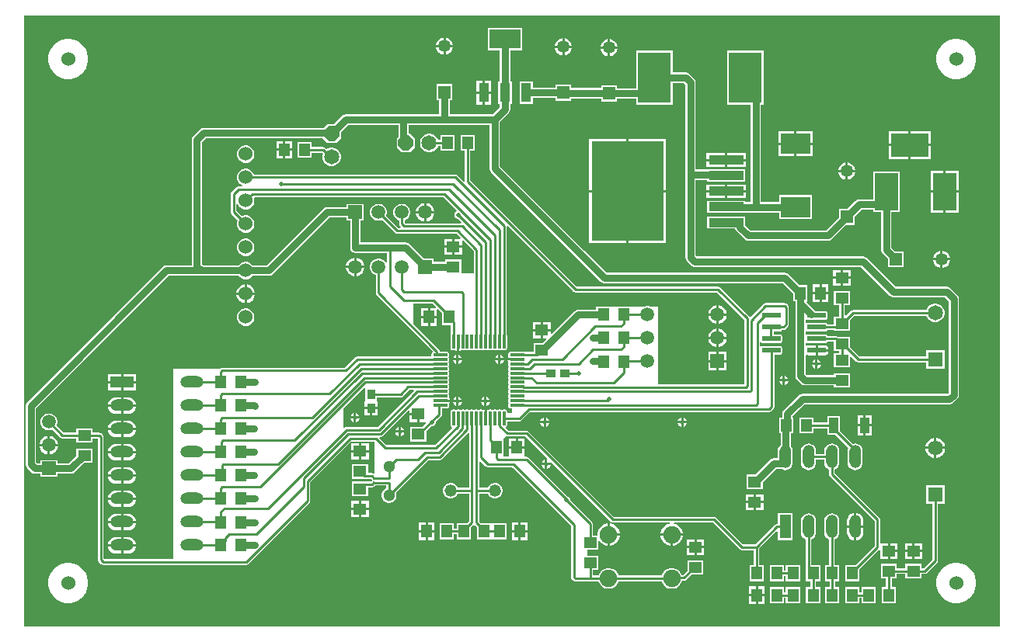
<source format=gbr>
G04*
G04 #@! TF.GenerationSoftware,Altium Limited,Altium Designer,22.4.2 (48)*
G04*
G04 Layer_Physical_Order=1*
G04 Layer_Color=255*
%FSLAX25Y25*%
%MOIN*%
G70*
G04*
G04 #@! TF.SameCoordinates,F61A7644-D23D-4A37-B683-A49046494346*
G04*
G04*
G04 #@! TF.FilePolarity,Positive*
G04*
G01*
G75*
%ADD13C,0.01000*%
%ADD20R,0.03937X0.03740*%
G04:AMPARAMS|DCode=21|XSize=11.02mil|YSize=61.42mil|CornerRadius=2.76mil|HoleSize=0mil|Usage=FLASHONLY|Rotation=180.000|XOffset=0mil|YOffset=0mil|HoleType=Round|Shape=RoundedRectangle|*
%AMROUNDEDRECTD21*
21,1,0.01102,0.05591,0,0,180.0*
21,1,0.00551,0.06142,0,0,180.0*
1,1,0.00551,-0.00276,0.02795*
1,1,0.00551,0.00276,0.02795*
1,1,0.00551,0.00276,-0.02795*
1,1,0.00551,-0.00276,-0.02795*
%
%ADD21ROUNDEDRECTD21*%
G04:AMPARAMS|DCode=22|XSize=11.02mil|YSize=61.42mil|CornerRadius=2.76mil|HoleSize=0mil|Usage=FLASHONLY|Rotation=90.000|XOffset=0mil|YOffset=0mil|HoleType=Round|Shape=RoundedRectangle|*
%AMROUNDEDRECTD22*
21,1,0.01102,0.05591,0,0,90.0*
21,1,0.00551,0.06142,0,0,90.0*
1,1,0.00551,0.02795,0.00276*
1,1,0.00551,0.02795,-0.00276*
1,1,0.00551,-0.02795,-0.00276*
1,1,0.00551,-0.02795,0.00276*
%
%ADD22ROUNDEDRECTD22*%
%ADD23R,0.05512X0.04724*%
%ADD24R,0.04724X0.05512*%
%ADD25R,0.04331X0.08465*%
%ADD26R,0.13189X0.08465*%
%ADD27R,0.03740X0.03937*%
G04:AMPARAMS|DCode=28|XSize=77.56mil|YSize=23.23mil|CornerRadius=2.9mil|HoleSize=0mil|Usage=FLASHONLY|Rotation=0.000|XOffset=0mil|YOffset=0mil|HoleType=Round|Shape=RoundedRectangle|*
%AMROUNDEDRECTD28*
21,1,0.07756,0.01742,0,0,0.0*
21,1,0.07175,0.02323,0,0,0.0*
1,1,0.00581,0.03588,-0.00871*
1,1,0.00581,-0.03588,-0.00871*
1,1,0.00581,-0.03588,0.00871*
1,1,0.00581,0.03588,0.00871*
%
%ADD28ROUNDEDRECTD28*%
%ADD29R,0.14173X0.21654*%
%ADD30R,0.03937X0.06890*%
%ADD31R,0.14921X0.03898*%
%ADD32R,0.12520X0.08858*%
%ADD59C,0.06000*%
%ADD68R,0.31024X0.42677*%
%ADD69C,0.03000*%
%ADD70C,0.06496*%
%ADD71R,0.06496X0.06496*%
%ADD72R,0.05906X0.05906*%
%ADD73C,0.05906*%
%ADD74C,0.05315*%
%ADD75R,0.05315X0.05315*%
%ADD76O,0.10000X0.05000*%
%ADD77R,0.10000X0.05000*%
%ADD78C,0.07500*%
%ADD79O,0.05000X0.10000*%
%ADD80R,0.05000X0.10000*%
%ADD81C,0.05200*%
%ADD82C,0.05118*%
%ADD83R,0.05906X0.05906*%
%ADD84R,0.05315X0.05315*%
%ADD85R,0.16000X0.10000*%
%ADD86R,0.10000X0.16000*%
%ADD87C,0.06500*%
%ADD88P,0.07036X8X292.5*%
%ADD89P,0.07036X8X22.5*%
%ADD90C,0.02000*%
G36*
X419777Y11783D02*
Y1235D01*
X1224D01*
X1224Y263788D01*
X419777D01*
X419777Y11783D01*
D02*
G37*
%LPC*%
G36*
X182000Y254164D02*
Y251012D01*
X185153D01*
X184909Y251923D01*
X184427Y252758D01*
X183746Y253438D01*
X182912Y253920D01*
X182000Y254164D01*
D02*
G37*
G36*
X181000D02*
X180089Y253920D01*
X179255Y253438D01*
X178574Y252758D01*
X178092Y251923D01*
X177848Y251012D01*
X181000D01*
Y254164D01*
D02*
G37*
G36*
X233000Y253849D02*
Y250697D01*
X236153D01*
X235909Y251608D01*
X235427Y252443D01*
X234746Y253123D01*
X233912Y253605D01*
X233000Y253849D01*
D02*
G37*
G36*
X232000D02*
X231089Y253605D01*
X230255Y253123D01*
X229574Y252443D01*
X229092Y251608D01*
X228848Y250697D01*
X232000D01*
Y253849D01*
D02*
G37*
G36*
X252500Y253507D02*
Y250354D01*
X255653D01*
X255409Y251266D01*
X254927Y252100D01*
X254246Y252781D01*
X253412Y253262D01*
X252500Y253507D01*
D02*
G37*
G36*
X251500Y253507D02*
X250589Y253262D01*
X249755Y252781D01*
X249074Y252100D01*
X248592Y251266D01*
X248348Y250354D01*
X251500D01*
Y253507D01*
D02*
G37*
G36*
X185153Y250012D02*
X182000D01*
Y246859D01*
X182912Y247104D01*
X183746Y247585D01*
X184427Y248266D01*
X184909Y249100D01*
X185153Y250012D01*
D02*
G37*
G36*
X181000D02*
X177848D01*
X178092Y249100D01*
X178574Y248266D01*
X179255Y247585D01*
X180089Y247104D01*
X181000Y246859D01*
Y250012D01*
D02*
G37*
G36*
X236153Y249697D02*
X233000D01*
Y246544D01*
X233912Y246789D01*
X234746Y247270D01*
X235427Y247951D01*
X235909Y248785D01*
X236153Y249697D01*
D02*
G37*
G36*
X232000D02*
X228848D01*
X229092Y248785D01*
X229574Y247951D01*
X230255Y247270D01*
X231089Y246789D01*
X232000Y246544D01*
Y249697D01*
D02*
G37*
G36*
X251500Y249354D02*
X248348D01*
X248592Y248443D01*
X249074Y247608D01*
X249755Y246928D01*
X250589Y246446D01*
X251500Y246202D01*
Y249354D01*
D02*
G37*
G36*
X255653D02*
X252500D01*
Y246202D01*
X253412Y246446D01*
X254246Y246928D01*
X254927Y247608D01*
X255409Y248443D01*
X255653Y249354D01*
D02*
G37*
G36*
X401845Y253586D02*
X400156D01*
X398499Y253256D01*
X396939Y252610D01*
X395535Y251672D01*
X394340Y250477D01*
X393402Y249073D01*
X392756Y247513D01*
X392426Y245856D01*
Y244167D01*
X392756Y242511D01*
X393402Y240950D01*
X394340Y239546D01*
X395535Y238352D01*
X396939Y237414D01*
X398499Y236767D01*
X400156Y236438D01*
X401845D01*
X403501Y236767D01*
X405062Y237414D01*
X406466Y238352D01*
X407660Y239546D01*
X408599Y240950D01*
X409245Y242511D01*
X409574Y244167D01*
Y245856D01*
X409245Y247513D01*
X408599Y249073D01*
X407660Y250477D01*
X406466Y251672D01*
X405062Y252610D01*
X403501Y253256D01*
X401845Y253586D01*
D02*
G37*
G36*
X20845D02*
X19156D01*
X17500Y253256D01*
X15939Y252610D01*
X14535Y251672D01*
X13340Y250477D01*
X12402Y249073D01*
X11756Y247513D01*
X11426Y245856D01*
Y244167D01*
X11756Y242511D01*
X12402Y240950D01*
X13340Y239546D01*
X14535Y238352D01*
X15939Y237414D01*
X17500Y236767D01*
X19156Y236438D01*
X20845D01*
X22501Y236767D01*
X24062Y237414D01*
X25466Y238352D01*
X26660Y239546D01*
X27599Y240950D01*
X28245Y242511D01*
X28574Y244167D01*
Y245856D01*
X28245Y247513D01*
X27599Y249073D01*
X26660Y250477D01*
X25466Y251672D01*
X24062Y252610D01*
X22501Y253256D01*
X20845Y253586D01*
D02*
G37*
G36*
X279299Y248538D02*
X263726D01*
Y232412D01*
X255358D01*
Y233527D01*
X248643D01*
Y232584D01*
X235858D01*
Y233869D01*
X229143D01*
Y232755D01*
X219366D01*
Y235444D01*
X213635D01*
Y225580D01*
X219366D01*
Y228269D01*
X229143D01*
Y227154D01*
X235858D01*
Y228097D01*
X248643D01*
Y226812D01*
X255358D01*
Y227926D01*
X263726D01*
Y225485D01*
X279299D01*
Y234769D01*
X284071D01*
X284757Y234083D01*
Y195346D01*
Y159769D01*
X284928Y158911D01*
X285414Y158183D01*
X287172Y156426D01*
X287899Y155939D01*
X288758Y155769D01*
X360071D01*
X372414Y143426D01*
X373142Y142939D01*
X374000Y142769D01*
X396071D01*
X397757Y141083D01*
Y101698D01*
X397314Y101255D01*
X335000D01*
X334142Y101084D01*
X333414Y100598D01*
X326993Y94177D01*
X326507Y93449D01*
X326336Y92590D01*
Y91136D01*
X324945D01*
Y84224D01*
X325595D01*
Y79122D01*
X325387Y78962D01*
X324873Y78294D01*
X324551Y77515D01*
X324441Y76680D01*
Y73541D01*
X322765D01*
X321906Y73370D01*
X321179Y72883D01*
X314799Y66504D01*
X311059D01*
Y60380D01*
X317971D01*
Y63332D01*
X323694Y69054D01*
X325834D01*
X326055Y68885D01*
X326833Y68562D01*
X327669Y68452D01*
X328504Y68562D01*
X329282Y68885D01*
X329951Y69398D01*
X330464Y70066D01*
X330786Y70845D01*
X330896Y71680D01*
Y76680D01*
X330786Y77515D01*
X330464Y78294D01*
X330081Y78793D01*
Y84224D01*
X331069D01*
Y91136D01*
X330822D01*
Y91661D01*
X335929Y96769D01*
X398243D01*
X399101Y96939D01*
X399829Y97426D01*
X401586Y99183D01*
X402073Y99911D01*
X402244Y100769D01*
Y142012D01*
X402073Y142870D01*
X401586Y143598D01*
X398587Y146598D01*
X397859Y147084D01*
X397000Y147255D01*
X374929D01*
X362586Y159598D01*
X361859Y160084D01*
X361000Y160255D01*
X289687D01*
X289244Y160698D01*
Y193103D01*
X294118D01*
Y192249D01*
X310440D01*
Y197546D01*
X302047D01*
X301830Y197590D01*
X289244D01*
Y235012D01*
X289073Y235870D01*
X288586Y236598D01*
X286586Y238598D01*
X285859Y239084D01*
X285000Y239255D01*
X279299D01*
Y248538D01*
D02*
G37*
G36*
X201555Y235744D02*
X198890D01*
Y231012D01*
X201555D01*
Y235744D01*
D02*
G37*
G36*
X197890D02*
X195225D01*
Y231012D01*
X197890D01*
Y235744D01*
D02*
G37*
G36*
X201555Y230012D02*
X198890D01*
Y225279D01*
X201555D01*
Y230012D01*
D02*
G37*
G36*
X197890D02*
X195225D01*
Y225279D01*
X197890D01*
Y230012D01*
D02*
G37*
G36*
X214740Y258475D02*
X200151D01*
Y248611D01*
X205202D01*
Y235444D01*
X204580D01*
Y225580D01*
X205202D01*
Y224386D01*
X202071Y221255D01*
X183744D01*
Y227469D01*
X184858D01*
Y234184D01*
X178143D01*
Y227469D01*
X179257D01*
Y221255D01*
X139000D01*
X138142Y221084D01*
X137414Y220598D01*
X133778Y216962D01*
X131025D01*
X129487Y215423D01*
X78169D01*
X77310Y215252D01*
X76583Y214766D01*
X73583Y211766D01*
X73096Y211038D01*
X72926Y210180D01*
Y156423D01*
X62169D01*
X61310Y156252D01*
X60583Y155766D01*
X2414Y97598D01*
X1928Y96870D01*
X1757Y96012D01*
Y70937D01*
X1928Y70079D01*
X2414Y69351D01*
X4172Y67594D01*
X4899Y67108D01*
X5758Y66937D01*
X8016D01*
Y65527D01*
X15322D01*
Y66937D01*
X21106D01*
X21964Y67108D01*
X22692Y67594D01*
X26717Y71619D01*
X30456D01*
Y77743D01*
X23544D01*
Y74791D01*
X20177Y71423D01*
X15322D01*
Y72833D01*
X8016D01*
Y71423D01*
X6687D01*
X6244Y71867D01*
Y95083D01*
X63098Y151937D01*
X93191D01*
X93208Y151908D01*
X93897Y151219D01*
X94741Y150732D01*
X95682Y150480D01*
X96656D01*
X97597Y150732D01*
X98441Y151219D01*
X99129Y151908D01*
X99146Y151937D01*
X106169D01*
X107027Y152108D01*
X107755Y152594D01*
X132098Y176937D01*
X139516D01*
Y175527D01*
X140926D01*
Y164012D01*
X141096Y163153D01*
X141583Y162426D01*
X142310Y161939D01*
X143169Y161769D01*
X156777D01*
Y157806D01*
X156277Y157672D01*
X156092Y157993D01*
X155412Y158673D01*
X154579Y159154D01*
X153650Y159403D01*
X152688D01*
X151759Y159154D01*
X150926Y158673D01*
X150246Y157993D01*
X149765Y157160D01*
X149516Y156231D01*
Y155269D01*
X149765Y154340D01*
X150246Y153507D01*
X150926Y152827D01*
X151759Y152346D01*
X151945Y152296D01*
Y144545D01*
X152038Y144077D01*
X152304Y143680D01*
X176353Y119631D01*
X176263Y119014D01*
X176213Y118981D01*
X175998Y118658D01*
X175922Y118278D01*
Y117726D01*
X175506Y117257D01*
X144022D01*
X143554Y117164D01*
X143157Y116899D01*
X138662Y112404D01*
X86093D01*
X85625Y112310D01*
X85228Y112045D01*
X65034D01*
X65000Y112012D01*
Y30235D01*
X35507D01*
X35224Y30518D01*
Y82757D01*
X35131Y83225D01*
X34866Y83622D01*
X34280Y84208D01*
X33883Y84473D01*
X33415Y84566D01*
X30456D01*
Y86405D01*
X23544D01*
Y84566D01*
X18013D01*
X14976Y87603D01*
X15073Y87770D01*
X15322Y88699D01*
Y89661D01*
X15073Y90590D01*
X14592Y91423D01*
X13912Y92103D01*
X13079Y92584D01*
X12150Y92833D01*
X11188D01*
X10259Y92584D01*
X9426Y92103D01*
X8746Y91423D01*
X8265Y90590D01*
X8016Y89661D01*
Y88699D01*
X8265Y87770D01*
X8746Y86937D01*
X9426Y86257D01*
X10259Y85776D01*
X11188Y85527D01*
X12150D01*
X13079Y85776D01*
X13246Y85873D01*
X16641Y82477D01*
X17038Y82212D01*
X17506Y82119D01*
X23544D01*
Y80280D01*
X30456D01*
Y82119D01*
X32777D01*
Y30012D01*
X32870Y29544D01*
X33135Y29147D01*
X34135Y28147D01*
X34532Y27881D01*
X35000Y27788D01*
X96507D01*
X96975Y27881D01*
X97372Y28147D01*
X123566Y54340D01*
X123831Y54737D01*
X123924Y55206D01*
Y63205D01*
X141507Y80788D01*
X151494D01*
X151494Y80788D01*
Y67839D01*
X151494Y67839D01*
X151494D01*
X151494Y67275D01*
X151057Y66966D01*
X150830Y67118D01*
X150362Y67211D01*
X148625D01*
Y70912D01*
X141713D01*
Y64787D01*
X146913D01*
X147031Y64764D01*
X149855D01*
X150105Y64514D01*
X150276Y64111D01*
X150092Y63834D01*
X149838Y63580D01*
X147031D01*
X146913Y63556D01*
X141713D01*
Y57432D01*
X148625D01*
Y61133D01*
X150345D01*
X150813Y61226D01*
X151210Y61491D01*
X151661Y61942D01*
X156445D01*
Y60735D01*
X156378Y60717D01*
X155635Y60288D01*
X155028Y59681D01*
X154599Y58938D01*
X154377Y58109D01*
Y57251D01*
X154599Y56422D01*
X155028Y55679D01*
X155635Y55072D01*
X156378Y54643D01*
X157207Y54421D01*
X158065D01*
X158894Y54643D01*
X159637Y55072D01*
X160244Y55679D01*
X160673Y56422D01*
X160895Y57251D01*
Y58109D01*
X160673Y58938D01*
X160655Y58969D01*
X174475Y72788D01*
X179405D01*
X179873Y72881D01*
X180270Y73147D01*
X191531Y84407D01*
X191992Y84216D01*
Y60904D01*
X187257D01*
X187244Y60954D01*
X186809Y61706D01*
X186195Y62321D01*
X185442Y62755D01*
X184603Y62980D01*
X183734D01*
X182895Y62755D01*
X182142Y62321D01*
X181528Y61706D01*
X181094Y60954D01*
X180869Y60115D01*
Y59246D01*
X181094Y58406D01*
X181528Y57654D01*
X182142Y57039D01*
X182895Y56605D01*
X183734Y56380D01*
X184603D01*
X185442Y56605D01*
X186195Y57039D01*
X186809Y57654D01*
X187244Y58406D01*
X187257Y58456D01*
X191992D01*
Y46459D01*
X191170Y45636D01*
X186776D01*
Y43404D01*
X185562D01*
Y45636D01*
X179437D01*
Y38724D01*
X185562D01*
Y40957D01*
X186776D01*
Y38724D01*
X192900D01*
Y43906D01*
X193838Y44844D01*
X194238Y44993D01*
X194512Y44831D01*
X195437Y43906D01*
Y38724D01*
X201562D01*
Y38724D01*
X201963D01*
Y38724D01*
X208087D01*
Y45636D01*
X201963D01*
Y45636D01*
X201562D01*
Y45636D01*
X197168D01*
X196408Y46395D01*
Y58456D01*
X200080D01*
X200094Y58406D01*
X200528Y57654D01*
X201143Y57039D01*
X201895Y56605D01*
X202734Y56380D01*
X203603D01*
X204443Y56605D01*
X205195Y57039D01*
X205809Y57654D01*
X206244Y58406D01*
X206469Y59246D01*
Y60115D01*
X206244Y60954D01*
X205809Y61706D01*
X205195Y62321D01*
X204443Y62755D01*
X203603Y62980D01*
X202734D01*
X201895Y62755D01*
X201143Y62321D01*
X200528Y61706D01*
X200094Y60954D01*
X200080Y60904D01*
X196408D01*
Y72221D01*
X196870Y72412D01*
X199135Y70147D01*
X199532Y69881D01*
X200000Y69788D01*
X210494D01*
X235777Y44505D01*
Y22566D01*
X235870Y22098D01*
X236135Y21701D01*
X236721Y21115D01*
X237118Y20850D01*
X237586Y20756D01*
X247590D01*
X247722Y20262D01*
X248308Y19248D01*
X249136Y18419D01*
X250151Y17833D01*
X251283Y17530D01*
X252455D01*
X253586Y17833D01*
X254601Y18419D01*
X255430Y19248D01*
X256015Y20262D01*
X256148Y20756D01*
X274690D01*
X274822Y20262D01*
X275408Y19248D01*
X276236Y18419D01*
X277251Y17833D01*
X278383Y17530D01*
X279555D01*
X280686Y17833D01*
X281701Y18419D01*
X282530Y19248D01*
X283116Y20262D01*
X283302Y20958D01*
X284219D01*
X284687Y21051D01*
X285084Y21317D01*
X287407Y23639D01*
X292588D01*
Y29764D01*
X285676D01*
Y25370D01*
X283712Y23405D01*
X283194D01*
X283116Y23698D01*
X282530Y24712D01*
X281701Y25541D01*
X280686Y26127D01*
X279555Y26430D01*
X278383D01*
X277251Y26127D01*
X276236Y25541D01*
X275408Y24712D01*
X274822Y23698D01*
X274690Y23204D01*
X256148D01*
X256015Y23698D01*
X255430Y24712D01*
X254601Y25541D01*
X253586Y26127D01*
X252455Y26430D01*
X251283D01*
X250151Y26127D01*
X249136Y25541D01*
X248308Y24712D01*
X247722Y23698D01*
X247590Y23204D01*
X245224D01*
Y25619D01*
X247456D01*
Y31743D01*
X242777D01*
Y34280D01*
X247456D01*
Y37957D01*
X247939Y38086D01*
X248068Y37863D01*
X248952Y36979D01*
X250035Y36354D01*
X251243Y36030D01*
X251369D01*
Y40780D01*
Y45530D01*
X251243D01*
X250035Y45206D01*
X248952Y44581D01*
X248068Y43697D01*
X247442Y42614D01*
X247119Y41405D01*
Y40405D01*
X245224D01*
Y45296D01*
X245131Y45764D01*
X244866Y46161D01*
X235311Y55715D01*
Y56023D01*
X235052Y56648D01*
X234574Y57126D01*
X234176Y57291D01*
X217590Y73877D01*
X217193Y74142D01*
X216725Y74235D01*
X216283D01*
X215862Y74424D01*
X215862Y74735D01*
Y77680D01*
X212499D01*
X209137D01*
Y74735D01*
X209137Y74424D01*
X208716Y74235D01*
X206927D01*
X206900Y74724D01*
X206900D01*
Y82042D01*
X207908Y83050D01*
X208376Y82956D01*
X216137D01*
X225641Y73453D01*
X225500Y73198D01*
Y71512D01*
X227186D01*
X227441Y71652D01*
X252778Y46315D01*
X253175Y46050D01*
X253643Y45957D01*
X278003D01*
X278069Y45456D01*
X277135Y45206D01*
X276052Y44581D01*
X275168Y43697D01*
X274542Y42614D01*
X274219Y41405D01*
Y41280D01*
X278969D01*
X283719D01*
Y41405D01*
X283395Y42614D01*
X282770Y43697D01*
X281885Y44581D01*
X280802Y45206D01*
X279868Y45456D01*
X279934Y45957D01*
X296662D01*
X308120Y34498D01*
X308517Y34233D01*
X308985Y34140D01*
X314128D01*
Y27636D01*
X312290D01*
Y20724D01*
X318414D01*
Y27636D01*
X316576D01*
Y34857D01*
X324007Y42288D01*
X324469Y42096D01*
Y38480D01*
X330869D01*
Y49880D01*
X324469D01*
Y45404D01*
X324169D01*
X323700Y45310D01*
X323304Y45045D01*
X314845Y36587D01*
X309492D01*
X298034Y48045D01*
X297637Y48310D01*
X297169Y48404D01*
X254150D01*
X217509Y85045D01*
X217112Y85310D01*
X216644Y85404D01*
X208883D01*
X207736Y86550D01*
X207854Y87139D01*
X207974Y87220D01*
X208190Y87542D01*
X208266Y87923D01*
Y89495D01*
X213707D01*
X214175Y89588D01*
X214572Y89853D01*
X218144Y93425D01*
X320760D01*
X321229Y93518D01*
X321626Y93783D01*
X322575Y94732D01*
X322840Y95129D01*
X322933Y95598D01*
Y118042D01*
X325297D01*
X325684Y118119D01*
X326011Y118338D01*
X326230Y118666D01*
X326307Y119052D01*
Y120794D01*
X326230Y121181D01*
X326011Y121508D01*
X325684Y121727D01*
X325297Y121804D01*
X318122D01*
X317736Y121727D01*
X317408Y121508D01*
X317387Y121477D01*
X316887Y121629D01*
Y123217D01*
X317387Y123369D01*
X317408Y123338D01*
X317736Y123119D01*
X318122Y123042D01*
X325297D01*
X325684Y123119D01*
X326011Y123338D01*
X326230Y123666D01*
X326307Y124052D01*
Y125794D01*
X326230Y126181D01*
X326011Y126508D01*
X325684Y126727D01*
X325297Y126804D01*
X322662D01*
Y128042D01*
X325297D01*
X325684Y128119D01*
X326011Y128338D01*
X326230Y128666D01*
X326237Y128700D01*
X326912D01*
X327380Y128793D01*
X327777Y129058D01*
X328866Y130147D01*
X329131Y130544D01*
X329224Y131012D01*
Y138426D01*
X329131Y138894D01*
X328866Y139291D01*
X328280Y139877D01*
X327883Y140142D01*
X327415Y140235D01*
X319232D01*
X318764Y140142D01*
X318367Y139877D01*
X312842Y134352D01*
X312684Y134313D01*
X312198Y134415D01*
X312166Y134463D01*
X299752Y146877D01*
X299355Y147142D01*
X298887Y147235D01*
X238169D01*
X192555Y192849D01*
Y205556D01*
X194393D01*
Y212468D01*
X188269D01*
Y205556D01*
X190108D01*
Y192678D01*
X189608Y192471D01*
X187034Y195045D01*
X186637Y195310D01*
X186169Y195404D01*
X99671D01*
X99617Y195608D01*
X99129Y196452D01*
X98441Y197141D01*
X97597Y197628D01*
X96656Y197880D01*
X95682D01*
X94741Y197628D01*
X93897Y197141D01*
X93208Y196452D01*
X92721Y195608D01*
X92469Y194667D01*
Y193693D01*
X92721Y192752D01*
X93208Y191908D01*
X93897Y191219D01*
X94740Y190732D01*
X94663Y190235D01*
X93000D01*
X92532Y190142D01*
X92135Y189877D01*
X90135Y187877D01*
X89870Y187480D01*
X89777Y187012D01*
Y179348D01*
X89870Y178880D01*
X90135Y178483D01*
X92827Y175792D01*
X92721Y175608D01*
X92469Y174667D01*
Y173693D01*
X92721Y172752D01*
X93208Y171908D01*
X93897Y171219D01*
X94741Y170732D01*
X95682Y170480D01*
X96656D01*
X97597Y170732D01*
X98441Y171219D01*
X99129Y171908D01*
X99617Y172752D01*
X99869Y173693D01*
Y174667D01*
X99617Y175608D01*
X99129Y176452D01*
X98441Y177141D01*
X97597Y177628D01*
X96656Y177880D01*
X95682D01*
X94741Y177628D01*
X94557Y177522D01*
X92224Y179855D01*
Y182675D01*
X92721Y182752D01*
X93208Y181908D01*
X93897Y181219D01*
X94741Y180732D01*
X95682Y180480D01*
X96656D01*
X97597Y180732D01*
X98441Y181219D01*
X99129Y181908D01*
X99617Y182752D01*
X99869Y183693D01*
Y184667D01*
X99702Y185288D01*
X100061Y185788D01*
X181030D01*
X186692Y180126D01*
X186575Y179536D01*
X186374Y179453D01*
X185896Y178975D01*
X185637Y178350D01*
Y177674D01*
X185896Y177049D01*
X186374Y176571D01*
X186999Y176312D01*
X187307D01*
X188715Y174904D01*
X188508Y174404D01*
X164675D01*
X164392Y174687D01*
Y175726D01*
X164579Y175776D01*
X165412Y176257D01*
X166092Y176937D01*
X166572Y177770D01*
X166822Y178699D01*
Y179661D01*
X166572Y180590D01*
X166092Y181423D01*
X165412Y182103D01*
X164579Y182584D01*
X163650Y182833D01*
X162688D01*
X161759Y182584D01*
X160926Y182103D01*
X160246Y181423D01*
X159765Y180590D01*
X159516Y179661D01*
Y178699D01*
X159765Y177770D01*
X160246Y176937D01*
X160926Y176257D01*
X161759Y175776D01*
X161945Y175726D01*
Y174180D01*
X162038Y173712D01*
X162304Y173315D01*
X162753Y172865D01*
X162562Y172404D01*
X161676D01*
X156476Y177603D01*
X156572Y177770D01*
X156822Y178699D01*
Y179661D01*
X156572Y180590D01*
X156092Y181423D01*
X155412Y182103D01*
X154579Y182584D01*
X153650Y182833D01*
X152688D01*
X151759Y182584D01*
X150926Y182103D01*
X150246Y181423D01*
X149765Y180590D01*
X149516Y179661D01*
Y178699D01*
X149765Y177770D01*
X150246Y176937D01*
X150926Y176257D01*
X151759Y175776D01*
X152688Y175527D01*
X153650D01*
X154579Y175776D01*
X154746Y175873D01*
X160304Y170315D01*
X160701Y170050D01*
X161169Y169957D01*
X186662D01*
X188339Y168280D01*
X188147Y167818D01*
X185730D01*
Y164956D01*
X188986D01*
Y166980D01*
X189448Y167171D01*
X193961Y162657D01*
Y153012D01*
X188686D01*
Y158856D01*
X181774D01*
Y158015D01*
X176821D01*
Y159403D01*
X172688D01*
X166493Y165598D01*
X165765Y166084D01*
X164907Y166255D01*
X145412D01*
Y175527D01*
X146821D01*
Y182833D01*
X139516D01*
Y181423D01*
X131169D01*
X130310Y181252D01*
X129583Y180766D01*
X105240Y156423D01*
X99146D01*
X99129Y156452D01*
X98441Y157141D01*
X97597Y157628D01*
X96656Y157880D01*
X95682D01*
X94741Y157628D01*
X93897Y157141D01*
X93208Y156452D01*
X93191Y156423D01*
X77855D01*
X77412Y156867D01*
Y209251D01*
X79098Y210937D01*
X129150D01*
X131025Y209062D01*
X134975D01*
X136950Y211037D01*
Y213790D01*
X139929Y216769D01*
X161666D01*
Y211646D01*
X160962Y210942D01*
Y206992D01*
X162937Y205017D01*
X166887D01*
X168862Y206992D01*
Y210942D01*
X166887Y212917D01*
X166152D01*
Y216769D01*
X200757D01*
Y198012D01*
X200928Y197153D01*
X201414Y196426D01*
X238414Y159426D01*
X248414Y149426D01*
X249142Y148939D01*
X250000Y148769D01*
X326652D01*
X331107Y144313D01*
Y140967D01*
X331927D01*
Y108850D01*
X332097Y107991D01*
X332584Y107264D01*
X334341Y105506D01*
X335069Y105020D01*
X335927Y104849D01*
X348545D01*
Y104030D01*
X355456D01*
Y110155D01*
X348545D01*
Y109335D01*
X336856D01*
X336413Y109779D01*
Y117699D01*
X336913Y117966D01*
X337107Y117837D01*
X337610Y117736D01*
X340698D01*
Y119923D01*
Y122110D01*
X337610D01*
X337107Y122010D01*
X336913Y121880D01*
X336413Y122147D01*
Y123161D01*
X336813Y123308D01*
X336913Y123327D01*
X337224Y123119D01*
X337610Y123042D01*
X344785D01*
X345172Y123119D01*
X345499Y123338D01*
X345718Y123666D01*
X345725Y123700D01*
X348545D01*
Y119530D01*
X350777D01*
Y118816D01*
X348545D01*
Y112692D01*
X355456D01*
Y117147D01*
X355918Y117338D01*
X358110Y115147D01*
X358507Y114881D01*
X358975Y114788D01*
X388052D01*
Y112064D01*
X395949D01*
Y119960D01*
X388052D01*
Y117235D01*
X359482D01*
X355456Y121260D01*
Y125655D01*
X350275D01*
X350141Y125788D01*
X349744Y126054D01*
X349276Y126147D01*
X345725D01*
X345718Y126181D01*
X345499Y126508D01*
X345172Y126727D01*
X344785Y126804D01*
X337610D01*
X337224Y126727D01*
X336913Y126519D01*
X336813Y126539D01*
X336413Y126685D01*
Y128162D01*
X336813Y128307D01*
X336913Y128327D01*
X337224Y128119D01*
X337610Y128042D01*
X344785D01*
X345172Y128119D01*
X345499Y128338D01*
X345718Y128666D01*
X345725Y128700D01*
X348545D01*
Y128192D01*
X355456D01*
Y132979D01*
X357265Y134788D01*
X388241D01*
X388321Y134488D01*
X388841Y133588D01*
X389576Y132852D01*
X390476Y132333D01*
X391481Y132064D01*
X392520D01*
X393524Y132333D01*
X394425Y132852D01*
X395160Y133588D01*
X395679Y134488D01*
X395949Y135492D01*
Y136531D01*
X395679Y137536D01*
X395160Y138436D01*
X394425Y139171D01*
X393524Y139691D01*
X392520Y139960D01*
X391481D01*
X390476Y139691D01*
X389576Y139171D01*
X388841Y138436D01*
X388321Y137536D01*
X388241Y137235D01*
X356758D01*
X356290Y137142D01*
X355893Y136877D01*
X353724Y134708D01*
X353224Y134915D01*
Y139288D01*
X355456D01*
Y145413D01*
X348545D01*
Y139288D01*
X350777D01*
Y134316D01*
X348545D01*
Y131147D01*
X345725D01*
X345718Y131181D01*
X345499Y131508D01*
X345172Y131727D01*
X344785Y131804D01*
X337610D01*
X337224Y131727D01*
X336913Y131519D01*
X336813Y131539D01*
X336413Y131685D01*
Y133161D01*
X336813Y133308D01*
X336913Y133327D01*
X337224Y133119D01*
X337610Y133042D01*
X338701D01*
X338820Y133019D01*
X338939Y133042D01*
X344785D01*
X345172Y133119D01*
X345499Y133338D01*
X345718Y133666D01*
X345795Y134052D01*
Y135794D01*
X345718Y136181D01*
X345499Y136508D01*
X345172Y136727D01*
X344785Y136804D01*
X340435D01*
X340406Y136848D01*
X336787Y140467D01*
X336994Y140967D01*
X337232D01*
Y147879D01*
X333886D01*
X329167Y152598D01*
X328439Y153084D01*
X327581Y153255D01*
X250929D01*
X241586Y162598D01*
X205243Y198941D01*
Y218083D01*
X209031Y221870D01*
X209518Y222598D01*
X209688Y223457D01*
Y225580D01*
X210311D01*
Y235444D01*
X209688D01*
Y248611D01*
X214740D01*
Y258475D01*
D02*
G37*
G36*
X339260Y214043D02*
X332500D01*
Y209114D01*
X339260D01*
Y214043D01*
D02*
G37*
G36*
X331500D02*
X324741D01*
Y209114D01*
X331500D01*
Y214043D01*
D02*
G37*
G36*
X390000Y214012D02*
X381500D01*
Y208512D01*
X390000D01*
Y214012D01*
D02*
G37*
G36*
X380500D02*
X372000D01*
Y208512D01*
X380500D01*
Y214012D01*
D02*
G37*
G36*
X116032Y209768D02*
X113170D01*
Y206512D01*
X116032D01*
Y209768D01*
D02*
G37*
G36*
X112170D02*
X109308D01*
Y206512D01*
X112170D01*
Y209768D01*
D02*
G37*
G36*
X175432Y212917D02*
X174392D01*
X173388Y212648D01*
X172487Y212128D01*
X171752Y211393D01*
X171232Y210492D01*
X170962Y209487D01*
Y208447D01*
X171232Y207443D01*
X171752Y206542D01*
X172487Y205807D01*
X173388Y205287D01*
X174392Y205017D01*
X175432D01*
X176437Y205287D01*
X177338Y205807D01*
X178073Y206542D01*
X178593Y207443D01*
X178674Y207744D01*
X179607D01*
Y205556D01*
X185732D01*
Y212468D01*
X179607D01*
Y210191D01*
X178674D01*
X178593Y210492D01*
X178073Y211393D01*
X177338Y212128D01*
X176437Y212648D01*
X175432Y212917D01*
D02*
G37*
G36*
X339260Y208114D02*
X332500D01*
Y203185D01*
X339260D01*
Y208114D01*
D02*
G37*
G36*
X331500D02*
X324741D01*
Y203185D01*
X331500D01*
Y208114D01*
D02*
G37*
G36*
X116032Y205512D02*
X113170D01*
Y202256D01*
X116032D01*
Y205512D01*
D02*
G37*
G36*
X112170D02*
X109308D01*
Y202256D01*
X112170D01*
Y205512D01*
D02*
G37*
G36*
X310740Y204539D02*
X302779D01*
Y202091D01*
X310740D01*
Y204539D01*
D02*
G37*
G36*
X301779D02*
X293818D01*
Y202091D01*
X301779D01*
Y204539D01*
D02*
G37*
G36*
X390000Y207512D02*
X381500D01*
Y202012D01*
X390000D01*
Y207512D01*
D02*
G37*
G36*
X380500D02*
X372000D01*
Y202012D01*
X380500D01*
Y207512D01*
D02*
G37*
G36*
X96656Y207880D02*
X95682D01*
X94741Y207628D01*
X93897Y207141D01*
X93208Y206452D01*
X92721Y205608D01*
X92469Y204667D01*
Y203693D01*
X92721Y202752D01*
X93208Y201908D01*
X93897Y201219D01*
X94741Y200732D01*
X95682Y200480D01*
X96656D01*
X97597Y200732D01*
X98441Y201219D01*
X99129Y201908D01*
X99617Y202752D01*
X99869Y203693D01*
Y204667D01*
X99617Y205608D01*
X99129Y206452D01*
X98441Y207141D01*
X97597Y207628D01*
X96656Y207880D01*
D02*
G37*
G36*
X124393Y209468D02*
X118269D01*
Y202556D01*
X124393D01*
Y204788D01*
X128776D01*
X129258Y204306D01*
X129050Y203532D01*
Y202492D01*
X129320Y201487D01*
X129840Y200586D01*
X130575Y199851D01*
X131476Y199331D01*
X132480Y199062D01*
X133520D01*
X134525Y199331D01*
X135426Y199851D01*
X136161Y200586D01*
X136681Y201487D01*
X136950Y202492D01*
Y203532D01*
X136681Y204536D01*
X136161Y205437D01*
X135426Y206172D01*
X134525Y206693D01*
X133520Y206962D01*
X132480D01*
X131476Y206693D01*
X130751Y206274D01*
X130148Y206877D01*
X129751Y207142D01*
X129283Y207235D01*
X124393D01*
Y209468D01*
D02*
G37*
G36*
X310740Y201091D02*
X302779D01*
Y198642D01*
X310740D01*
Y201091D01*
D02*
G37*
G36*
X301779D02*
X293818D01*
Y198642D01*
X301779D01*
Y201091D01*
D02*
G37*
G36*
X354500Y200507D02*
Y197354D01*
X357653D01*
X357409Y198266D01*
X356927Y199100D01*
X356246Y199781D01*
X355412Y200262D01*
X354500Y200507D01*
D02*
G37*
G36*
X353500Y200507D02*
X352589Y200262D01*
X351755Y199781D01*
X351074Y199100D01*
X350592Y198266D01*
X350348Y197354D01*
X353500D01*
Y200507D01*
D02*
G37*
G36*
Y196354D02*
X350348D01*
X350592Y195443D01*
X351074Y194608D01*
X351755Y193928D01*
X352589Y193446D01*
X353500Y193202D01*
Y196354D01*
D02*
G37*
G36*
X357653D02*
X354500D01*
Y193202D01*
X355412Y193446D01*
X356246Y193928D01*
X356927Y194608D01*
X357409Y195443D01*
X357653Y196354D01*
D02*
G37*
G36*
X310740Y191154D02*
X302779D01*
Y188705D01*
X310740D01*
Y191154D01*
D02*
G37*
G36*
X276468Y210543D02*
X260456D01*
Y188705D01*
X276468D01*
Y210543D01*
D02*
G37*
G36*
X301779Y191154D02*
X293818D01*
Y188705D01*
X301779D01*
Y191154D01*
D02*
G37*
G36*
X259456Y210543D02*
X243444D01*
Y188705D01*
X259456D01*
Y210543D01*
D02*
G37*
G36*
X402000Y197012D02*
X396500D01*
Y188512D01*
X402000D01*
Y197012D01*
D02*
G37*
G36*
X395500D02*
X390000D01*
Y188512D01*
X395500D01*
Y197012D01*
D02*
G37*
G36*
X310740Y187705D02*
X302779D01*
Y185256D01*
X310740D01*
Y187705D01*
D02*
G37*
G36*
X301779D02*
X293818D01*
Y185256D01*
X301779D01*
Y187705D01*
D02*
G37*
G36*
X318275Y248538D02*
X302702D01*
Y225485D01*
X312757D01*
Y183505D01*
X310440D01*
Y184161D01*
X294118D01*
Y178863D01*
X310440D01*
Y179019D01*
X325041D01*
Y176280D01*
X338960D01*
Y186539D01*
X325041D01*
Y183505D01*
X317244D01*
Y225485D01*
X318275D01*
Y248538D01*
D02*
G37*
G36*
X173689Y183133D02*
X173669D01*
Y179680D01*
X177121D01*
Y179700D01*
X176852Y180706D01*
X176332Y181607D01*
X175596Y182343D01*
X174694Y182863D01*
X173689Y183133D01*
D02*
G37*
G36*
X172669D02*
X172648D01*
X171643Y182863D01*
X170742Y182343D01*
X170006Y181607D01*
X169485Y180706D01*
X169216Y179700D01*
Y179680D01*
X172669D01*
Y183133D01*
D02*
G37*
G36*
X402000Y187512D02*
X396500D01*
Y179012D01*
X402000D01*
Y187512D01*
D02*
G37*
G36*
X395500D02*
X390000D01*
Y179012D01*
X395500D01*
Y187512D01*
D02*
G37*
G36*
X177121Y178680D02*
X173669D01*
Y175227D01*
X173689D01*
X174694Y175497D01*
X175596Y176017D01*
X176332Y176753D01*
X176852Y177654D01*
X177121Y178660D01*
Y178680D01*
D02*
G37*
G36*
X172669D02*
X169216D01*
Y178660D01*
X169485Y177654D01*
X170006Y176753D01*
X170742Y176017D01*
X171643Y175497D01*
X172648Y175227D01*
X172669D01*
Y178680D01*
D02*
G37*
G36*
X276468Y187705D02*
X260456D01*
Y165866D01*
X276468D01*
Y187705D01*
D02*
G37*
G36*
X259456D02*
X243444D01*
Y165866D01*
X259456D01*
Y187705D01*
D02*
G37*
G36*
X184730Y167818D02*
X181474D01*
Y164956D01*
X184730D01*
Y167818D01*
D02*
G37*
G36*
X188986Y163956D02*
X185730D01*
Y161093D01*
X188986D01*
Y163956D01*
D02*
G37*
G36*
X184730D02*
X181474D01*
Y161093D01*
X184730D01*
Y163956D01*
D02*
G37*
G36*
X96656Y167880D02*
X95682D01*
X94741Y167628D01*
X93897Y167141D01*
X93208Y166452D01*
X92721Y165608D01*
X92469Y164667D01*
Y163693D01*
X92721Y162752D01*
X93208Y161908D01*
X93897Y161219D01*
X94741Y160732D01*
X95682Y160480D01*
X96656D01*
X97597Y160732D01*
X98441Y161219D01*
X99129Y161908D01*
X99617Y162752D01*
X99869Y163693D01*
Y164667D01*
X99617Y165608D01*
X99129Y166452D01*
X98441Y167141D01*
X97597Y167628D01*
X96656Y167880D01*
D02*
G37*
G36*
X395185Y162664D02*
Y159512D01*
X398338D01*
X398094Y160424D01*
X397612Y161258D01*
X396931Y161938D01*
X396097Y162420D01*
X395185Y162664D01*
D02*
G37*
G36*
X394185D02*
X393274Y162420D01*
X392440Y161938D01*
X391759Y161258D01*
X391277Y160424D01*
X391033Y159512D01*
X394185D01*
Y162664D01*
D02*
G37*
G36*
X143689Y159703D02*
X143669D01*
Y156250D01*
X147122D01*
Y156270D01*
X146852Y157276D01*
X146332Y158177D01*
X145596Y158913D01*
X144694Y159433D01*
X143689Y159703D01*
D02*
G37*
G36*
X142669D02*
X142648D01*
X141643Y159433D01*
X140742Y158913D01*
X140006Y158177D01*
X139485Y157276D01*
X139216Y156270D01*
Y156250D01*
X142669D01*
Y159703D01*
D02*
G37*
G36*
X376700Y196712D02*
X365300D01*
Y184812D01*
X359401D01*
X358542Y184642D01*
X357814Y184155D01*
X354186Y180527D01*
X350643D01*
Y176984D01*
X345071Y171412D01*
X312769D01*
X310483Y173698D01*
Y174370D01*
X310440Y174587D01*
Y177468D01*
X294118D01*
Y172170D01*
X306116D01*
X306167Y171911D01*
X306653Y171183D01*
X310253Y167583D01*
X310981Y167097D01*
X311839Y166926D01*
X346000D01*
X346859Y167097D01*
X347586Y167583D01*
X353815Y173812D01*
X357358D01*
Y177355D01*
X360330Y180326D01*
X365300D01*
Y179312D01*
X368757D01*
Y163012D01*
X368928Y162153D01*
X369414Y161426D01*
X371643Y159197D01*
Y155654D01*
X378358D01*
Y162369D01*
X374815D01*
X373243Y163941D01*
Y179312D01*
X376700D01*
Y196712D01*
D02*
G37*
G36*
X398338Y158512D02*
X395185D01*
Y155359D01*
X396097Y155604D01*
X396931Y156085D01*
X397612Y156766D01*
X398094Y157600D01*
X398338Y158512D01*
D02*
G37*
G36*
X394185D02*
X391033D01*
X391277Y157600D01*
X391759Y156766D01*
X392440Y156085D01*
X393274Y155604D01*
X394185Y155359D01*
Y158512D01*
D02*
G37*
G36*
X147122Y155250D02*
X143669D01*
Y151797D01*
X143689D01*
X144694Y152067D01*
X145596Y152587D01*
X146332Y153323D01*
X146852Y154224D01*
X147122Y155229D01*
Y155250D01*
D02*
G37*
G36*
X142669D02*
X139216D01*
Y155229D01*
X139485Y154224D01*
X140006Y153323D01*
X140742Y152587D01*
X141643Y152067D01*
X142648Y151797D01*
X142669D01*
Y155250D01*
D02*
G37*
G36*
X355756Y154374D02*
X352500D01*
Y151512D01*
X355756D01*
Y154374D01*
D02*
G37*
G36*
X351500D02*
X348245D01*
Y151512D01*
X351500D01*
Y154374D01*
D02*
G37*
G36*
X355756Y150512D02*
X352500D01*
Y147650D01*
X355756D01*
Y150512D01*
D02*
G37*
G36*
X351500D02*
X348245D01*
Y147650D01*
X351500D01*
Y150512D01*
D02*
G37*
G36*
X346193Y148179D02*
X343331D01*
Y144923D01*
X346193D01*
Y148179D01*
D02*
G37*
G36*
X342331D02*
X339469D01*
Y144923D01*
X342331D01*
Y148179D01*
D02*
G37*
G36*
X96695Y148180D02*
X96669D01*
Y144680D01*
X100169D01*
Y144707D01*
X99896Y145724D01*
X99370Y146636D01*
X98625Y147381D01*
X97713Y147907D01*
X96695Y148180D01*
D02*
G37*
G36*
X95669D02*
X95642D01*
X94625Y147907D01*
X93713Y147381D01*
X92968Y146636D01*
X92441Y145724D01*
X92169Y144707D01*
Y144680D01*
X95669D01*
Y148180D01*
D02*
G37*
G36*
X346193Y143923D02*
X343331D01*
Y140667D01*
X346193D01*
Y143923D01*
D02*
G37*
G36*
X342331D02*
X339469D01*
Y140667D01*
X342331D01*
Y143923D01*
D02*
G37*
G36*
X100169Y143680D02*
X96669D01*
Y140180D01*
X96695D01*
X97713Y140453D01*
X98625Y140979D01*
X99370Y141724D01*
X99896Y142636D01*
X100169Y143653D01*
Y143680D01*
D02*
G37*
G36*
X95669D02*
X92169D01*
Y143653D01*
X92441Y142636D01*
X92968Y141724D01*
X93713Y140979D01*
X94625Y140453D01*
X95642Y140180D01*
X95669D01*
Y143680D01*
D02*
G37*
G36*
X96656Y137880D02*
X95682D01*
X94741Y137628D01*
X93897Y137141D01*
X93208Y136452D01*
X92721Y135608D01*
X92469Y134667D01*
Y133693D01*
X92721Y132752D01*
X93208Y131908D01*
X93897Y131219D01*
X94741Y130732D01*
X95682Y130480D01*
X96656D01*
X97597Y130732D01*
X98441Y131219D01*
X99129Y131908D01*
X99617Y132752D01*
X99869Y133693D01*
Y134667D01*
X99617Y135608D01*
X99129Y136452D01*
X98441Y137141D01*
X97597Y137628D01*
X96656Y137880D01*
D02*
G37*
G36*
X344785Y122110D02*
X341698D01*
Y120423D01*
X346101D01*
Y120794D01*
X346001Y121298D01*
X345716Y121724D01*
X345289Y122010D01*
X344785Y122110D01*
D02*
G37*
G36*
X346101Y119423D02*
X341698D01*
Y117736D01*
X344785D01*
X345289Y117837D01*
X345716Y118122D01*
X346001Y118549D01*
X346101Y119052D01*
Y119423D01*
D02*
G37*
G36*
X341500Y115969D02*
Y114512D01*
X342958D01*
X342696Y115145D01*
X342133Y115707D01*
X341500Y115969D01*
D02*
G37*
G36*
X340500D02*
X339867Y115707D01*
X339305Y115145D01*
X339043Y114512D01*
X340500D01*
Y115969D01*
D02*
G37*
G36*
X342958Y113512D02*
X341500D01*
Y112054D01*
X342133Y112316D01*
X342696Y112879D01*
X342958Y113512D01*
D02*
G37*
G36*
X340500D02*
X339043D01*
X339305Y112879D01*
X339867Y112316D01*
X340500Y112054D01*
Y113512D01*
D02*
G37*
G36*
X327500Y108969D02*
Y107512D01*
X328958D01*
X328696Y108145D01*
X328133Y108707D01*
X327500Y108969D01*
D02*
G37*
G36*
X326500D02*
X325868Y108707D01*
X325305Y108145D01*
X325043Y107512D01*
X326500D01*
Y108969D01*
D02*
G37*
G36*
X49116Y109709D02*
X43616D01*
Y106709D01*
X49116D01*
Y109709D01*
D02*
G37*
G36*
X42616D02*
X37116D01*
Y106709D01*
X42616D01*
Y109709D01*
D02*
G37*
G36*
X328958Y106512D02*
X327500D01*
Y105054D01*
X328133Y105316D01*
X328696Y105879D01*
X328958Y106512D01*
D02*
G37*
G36*
X326500D02*
X325043D01*
X325305Y105879D01*
X325868Y105316D01*
X326500Y105054D01*
Y106512D01*
D02*
G37*
G36*
X49116Y105709D02*
X43616D01*
Y102709D01*
X49116D01*
Y105709D01*
D02*
G37*
G36*
X42616D02*
X37116D01*
Y102709D01*
X42616D01*
Y105709D01*
D02*
G37*
G36*
X45616Y99739D02*
X43616D01*
Y96709D01*
X49081D01*
X49026Y97122D01*
X48674Y97974D01*
X48112Y98705D01*
X47381Y99266D01*
X46530Y99619D01*
X45616Y99739D01*
D02*
G37*
G36*
X42616D02*
X40616D01*
X39703Y99619D01*
X38851Y99266D01*
X38120Y98705D01*
X37559Y97974D01*
X37206Y97122D01*
X37152Y96709D01*
X42616D01*
Y99739D01*
D02*
G37*
G36*
X49081Y95709D02*
X43616D01*
Y92678D01*
X45616D01*
X46530Y92799D01*
X47381Y93151D01*
X48112Y93712D01*
X48674Y94444D01*
X49026Y95295D01*
X49081Y95709D01*
D02*
G37*
G36*
X42616D02*
X37152D01*
X37206Y95295D01*
X37559Y94444D01*
X38120Y93712D01*
X38851Y93151D01*
X39703Y92799D01*
X40616Y92678D01*
X42616D01*
Y95709D01*
D02*
G37*
G36*
X284000Y91012D02*
Y89554D01*
X285458D01*
X285196Y90187D01*
X284633Y90750D01*
X284000Y91012D01*
D02*
G37*
G36*
X283000D02*
X282367Y90750D01*
X281805Y90187D01*
X281543Y89554D01*
X283000D01*
Y91012D01*
D02*
G37*
G36*
X225000D02*
Y89554D01*
X226458D01*
X226196Y90187D01*
X225633Y90750D01*
X225000Y91012D01*
D02*
G37*
G36*
X224000D02*
X223368Y90750D01*
X222805Y90187D01*
X222543Y89554D01*
X224000D01*
Y91012D01*
D02*
G37*
G36*
X350975Y91825D02*
X345638D01*
Y88904D01*
X339731D01*
Y91136D01*
X333607D01*
Y84224D01*
X339731D01*
Y86457D01*
X345638D01*
Y83535D01*
X349244D01*
X354760Y78020D01*
X354551Y77515D01*
X354441Y76680D01*
Y71680D01*
X354551Y70845D01*
X354873Y70066D01*
X355386Y69398D01*
X356055Y68885D01*
X356833Y68562D01*
X357669Y68452D01*
X358504Y68562D01*
X359282Y68885D01*
X359951Y69398D01*
X360464Y70066D01*
X360786Y70845D01*
X360896Y71680D01*
Y76680D01*
X360786Y77515D01*
X360464Y78294D01*
X359951Y78962D01*
X359282Y79475D01*
X358504Y79798D01*
X357669Y79908D01*
X356833Y79798D01*
X356557Y79683D01*
X350975Y85265D01*
Y91825D01*
D02*
G37*
G36*
X364661Y92125D02*
X362192D01*
Y88180D01*
X364661D01*
Y92125D01*
D02*
G37*
G36*
X361192D02*
X358724D01*
Y88180D01*
X361192D01*
Y92125D01*
D02*
G37*
G36*
X285458Y88554D02*
X284000D01*
Y87096D01*
X284633Y87359D01*
X285196Y87921D01*
X285458Y88554D01*
D02*
G37*
G36*
X283000D02*
X281543D01*
X281805Y87921D01*
X282367Y87359D01*
X283000Y87096D01*
Y88554D01*
D02*
G37*
G36*
X226458D02*
X225000D01*
Y87096D01*
X225633Y87359D01*
X226196Y87921D01*
X226458Y88554D01*
D02*
G37*
G36*
X224000D02*
X222543D01*
X222805Y87921D01*
X223368Y87359D01*
X224000Y87096D01*
Y88554D01*
D02*
G37*
G36*
X45616Y89739D02*
X43616D01*
Y86709D01*
X49081D01*
X49026Y87122D01*
X48674Y87974D01*
X48112Y88705D01*
X47381Y89266D01*
X46530Y89618D01*
X45616Y89739D01*
D02*
G37*
G36*
X42616D02*
X40616D01*
X39703Y89618D01*
X38851Y89266D01*
X38120Y88705D01*
X37559Y87974D01*
X37206Y87122D01*
X37152Y86709D01*
X42616D01*
Y89739D01*
D02*
G37*
G36*
X364661Y87180D02*
X362192D01*
Y83235D01*
X364661D01*
Y87180D01*
D02*
G37*
G36*
X361192D02*
X358724D01*
Y83235D01*
X361192D01*
Y87180D01*
D02*
G37*
G36*
X49081Y85709D02*
X43616D01*
Y82678D01*
X45616D01*
X46530Y82799D01*
X47381Y83151D01*
X48112Y83712D01*
X48674Y84443D01*
X49026Y85295D01*
X49081Y85709D01*
D02*
G37*
G36*
X42616D02*
X37152D01*
X37206Y85295D01*
X37559Y84443D01*
X38120Y83712D01*
X38851Y83151D01*
X39703Y82799D01*
X40616Y82678D01*
X42616D01*
Y85709D01*
D02*
G37*
G36*
X12189Y83133D02*
X12169D01*
Y79680D01*
X15621D01*
Y79700D01*
X15352Y80706D01*
X14832Y81607D01*
X14096Y82343D01*
X13194Y82863D01*
X12189Y83133D01*
D02*
G37*
G36*
X11169D02*
X11148D01*
X10143Y82863D01*
X9242Y82343D01*
X8506Y81607D01*
X7985Y80706D01*
X7716Y79700D01*
Y79680D01*
X11169D01*
Y83133D01*
D02*
G37*
G36*
X215862Y81936D02*
X212999D01*
Y78680D01*
X215862D01*
Y81936D01*
D02*
G37*
G36*
X211999D02*
X209137D01*
Y78680D01*
X211999D01*
Y81936D01*
D02*
G37*
G36*
X392560Y82260D02*
X392500D01*
Y78512D01*
X396249D01*
Y78571D01*
X395959Y79651D01*
X395400Y80620D01*
X394609Y81411D01*
X393640Y81970D01*
X392560Y82260D01*
D02*
G37*
G36*
X391500D02*
X391441D01*
X390361Y81970D01*
X389392Y81411D01*
X388601Y80620D01*
X388042Y79651D01*
X387752Y78571D01*
Y78512D01*
X391500D01*
Y82260D01*
D02*
G37*
G36*
X148925Y79873D02*
X145669D01*
Y77011D01*
X148925D01*
Y79873D01*
D02*
G37*
G36*
X144669D02*
X141413D01*
Y77011D01*
X144669D01*
Y79873D01*
D02*
G37*
G36*
X45616Y79739D02*
X43616D01*
Y76709D01*
X49081D01*
X49026Y77122D01*
X48674Y77974D01*
X48112Y78705D01*
X47381Y79266D01*
X46530Y79619D01*
X45616Y79739D01*
D02*
G37*
G36*
X42616D02*
X40616D01*
X39703Y79619D01*
X38851Y79266D01*
X38120Y78705D01*
X37559Y77974D01*
X37206Y77122D01*
X37152Y76709D01*
X42616D01*
Y79739D01*
D02*
G37*
G36*
X347669Y79908D02*
X346833Y79798D01*
X346055Y79475D01*
X345387Y78962D01*
X344873Y78294D01*
X344551Y77515D01*
X344441Y76680D01*
Y75404D01*
X340896D01*
Y76680D01*
X340786Y77515D01*
X340464Y78294D01*
X339951Y78962D01*
X339282Y79475D01*
X338504Y79798D01*
X337669Y79908D01*
X336833Y79798D01*
X336055Y79475D01*
X335386Y78962D01*
X334874Y78294D01*
X334551Y77515D01*
X334441Y76680D01*
Y71680D01*
X334551Y70845D01*
X334874Y70066D01*
X335386Y69398D01*
X336055Y68885D01*
X336833Y68562D01*
X337669Y68452D01*
X338504Y68562D01*
X339282Y68885D01*
X339951Y69398D01*
X340464Y70066D01*
X340786Y70845D01*
X340896Y71680D01*
Y72957D01*
X344441D01*
Y71680D01*
X344551Y70845D01*
X344873Y70066D01*
X345387Y69398D01*
X346055Y68885D01*
X346445Y68723D01*
Y66680D01*
X346538Y66212D01*
X346804Y65815D01*
X365945Y46673D01*
Y35767D01*
X357814Y27636D01*
X353420D01*
Y20724D01*
X359544D01*
Y25906D01*
X367866Y34227D01*
X368366Y34020D01*
Y30414D01*
X371622D01*
Y33776D01*
Y37138D01*
X368392D01*
Y47180D01*
X368299Y47648D01*
X368034Y48045D01*
X348892Y67187D01*
Y68723D01*
X349283Y68885D01*
X349951Y69398D01*
X350464Y70066D01*
X350786Y70845D01*
X350896Y71680D01*
Y76680D01*
X350786Y77515D01*
X350464Y78294D01*
X349951Y78962D01*
X349283Y79475D01*
X348504Y79798D01*
X347669Y79908D01*
D02*
G37*
G36*
X15621Y78680D02*
X12169D01*
Y75227D01*
X12189D01*
X13194Y75497D01*
X14096Y76017D01*
X14832Y76753D01*
X15352Y77654D01*
X15621Y78660D01*
Y78680D01*
D02*
G37*
G36*
X11169D02*
X7716D01*
Y78660D01*
X7985Y77654D01*
X8506Y76753D01*
X9242Y76017D01*
X10143Y75497D01*
X11148Y75227D01*
X11169D01*
Y78680D01*
D02*
G37*
G36*
X396249Y77512D02*
X392500D01*
Y73764D01*
X392560D01*
X393640Y74053D01*
X394609Y74612D01*
X395400Y75403D01*
X395959Y76372D01*
X396249Y77452D01*
Y77512D01*
D02*
G37*
G36*
X391500D02*
X387752D01*
Y77452D01*
X388042Y76372D01*
X388601Y75403D01*
X389392Y74612D01*
X390361Y74053D01*
X391441Y73764D01*
X391500D01*
Y77512D01*
D02*
G37*
G36*
X148925Y76011D02*
X145669D01*
Y73149D01*
X148925D01*
Y76011D01*
D02*
G37*
G36*
X144669D02*
X141413D01*
Y73149D01*
X144669D01*
Y76011D01*
D02*
G37*
G36*
X49081Y75709D02*
X43616D01*
Y72678D01*
X45616D01*
X46530Y72799D01*
X47381Y73151D01*
X48112Y73712D01*
X48674Y74444D01*
X49026Y75295D01*
X49081Y75709D01*
D02*
G37*
G36*
X42616D02*
X37152D01*
X37206Y75295D01*
X37559Y74444D01*
X38120Y73712D01*
X38851Y73151D01*
X39703Y72799D01*
X40616Y72678D01*
X42616D01*
Y75709D01*
D02*
G37*
G36*
X224500Y72969D02*
X223868Y72707D01*
X223305Y72145D01*
X223043Y71512D01*
X224500D01*
Y72969D01*
D02*
G37*
G36*
X226958Y70512D02*
X225500D01*
Y69054D01*
X226133Y69316D01*
X226696Y69879D01*
X226958Y70512D01*
D02*
G37*
G36*
X224500D02*
X223043D01*
X223305Y69879D01*
X223868Y69316D01*
X224500Y69054D01*
Y70512D01*
D02*
G37*
G36*
X45616Y69739D02*
X43616D01*
Y66709D01*
X49081D01*
X49026Y67122D01*
X48674Y67974D01*
X48112Y68705D01*
X47381Y69266D01*
X46530Y69618D01*
X45616Y69739D01*
D02*
G37*
G36*
X42616D02*
X40616D01*
X39703Y69618D01*
X38851Y69266D01*
X38120Y68705D01*
X37559Y67974D01*
X37206Y67122D01*
X37152Y66709D01*
X42616D01*
Y69739D01*
D02*
G37*
G36*
X49081Y65709D02*
X43616D01*
Y62678D01*
X45616D01*
X46530Y62799D01*
X47381Y63151D01*
X48112Y63712D01*
X48674Y64443D01*
X49026Y65295D01*
X49081Y65709D01*
D02*
G37*
G36*
X42616D02*
X37152D01*
X37206Y65295D01*
X37559Y64443D01*
X38120Y63712D01*
X38851Y63151D01*
X39703Y62799D01*
X40616Y62678D01*
X42616D01*
Y65709D01*
D02*
G37*
G36*
X45616Y59739D02*
X43616D01*
Y56709D01*
X49081D01*
X49026Y57122D01*
X48674Y57974D01*
X48112Y58705D01*
X47381Y59266D01*
X46530Y59619D01*
X45616Y59739D01*
D02*
G37*
G36*
X42616D02*
X40616D01*
X39703Y59619D01*
X38851Y59266D01*
X38120Y58705D01*
X37559Y57974D01*
X37206Y57122D01*
X37152Y56709D01*
X42616D01*
Y59739D01*
D02*
G37*
G36*
X318271Y58143D02*
X315015D01*
Y55280D01*
X318271D01*
Y58143D01*
D02*
G37*
G36*
X314015D02*
X310759D01*
Y55280D01*
X314015D01*
Y58143D01*
D02*
G37*
G36*
X49081Y55709D02*
X43616D01*
Y52678D01*
X45616D01*
X46530Y52799D01*
X47381Y53151D01*
X48112Y53712D01*
X48674Y54444D01*
X49026Y55295D01*
X49081Y55709D01*
D02*
G37*
G36*
X42616D02*
X37152D01*
X37206Y55295D01*
X37559Y54444D01*
X38120Y53712D01*
X38851Y53151D01*
X39703Y52799D01*
X40616Y52678D01*
X42616D01*
Y55709D01*
D02*
G37*
G36*
X148925Y55195D02*
X145669D01*
Y52333D01*
X148925D01*
Y55195D01*
D02*
G37*
G36*
X144669D02*
X141413D01*
Y52333D01*
X144669D01*
Y55195D01*
D02*
G37*
G36*
X318271Y54280D02*
X315015D01*
Y51418D01*
X318271D01*
Y54280D01*
D02*
G37*
G36*
X314015D02*
X310759D01*
Y51418D01*
X314015D01*
Y54280D01*
D02*
G37*
G36*
X148925Y51333D02*
X145669D01*
Y48471D01*
X148925D01*
Y51333D01*
D02*
G37*
G36*
X144669D02*
X141413D01*
Y48471D01*
X144669D01*
Y51333D01*
D02*
G37*
G36*
X45616Y49739D02*
X43616D01*
Y46709D01*
X49081D01*
X49026Y47122D01*
X48674Y47974D01*
X48112Y48705D01*
X47381Y49266D01*
X46530Y49619D01*
X45616Y49739D01*
D02*
G37*
G36*
X42616D02*
X40616D01*
X39703Y49619D01*
X38851Y49266D01*
X38120Y48705D01*
X37559Y47974D01*
X37206Y47122D01*
X37152Y46709D01*
X42616D01*
Y49739D01*
D02*
G37*
G36*
X358169Y50144D02*
Y44680D01*
X361199D01*
Y46680D01*
X361079Y47594D01*
X360726Y48445D01*
X360165Y49176D01*
X359434Y49737D01*
X358582Y50090D01*
X358169Y50144D01*
D02*
G37*
G36*
X357169Y50144D02*
X356755Y50090D01*
X355904Y49737D01*
X355172Y49176D01*
X354611Y48445D01*
X354259Y47594D01*
X354138Y46680D01*
Y44680D01*
X357169D01*
Y50144D01*
D02*
G37*
G36*
X217048Y45936D02*
X214186D01*
Y42680D01*
X217048D01*
Y45936D01*
D02*
G37*
G36*
X213186D02*
X210324D01*
Y42680D01*
X213186D01*
Y45936D01*
D02*
G37*
G36*
X177200D02*
X174338D01*
Y42680D01*
X177200D01*
Y45936D01*
D02*
G37*
G36*
X173338D02*
X170476D01*
Y42680D01*
X173338D01*
Y45936D01*
D02*
G37*
G36*
X49081Y45709D02*
X43616D01*
Y42678D01*
X45616D01*
X46530Y42799D01*
X47381Y43151D01*
X48112Y43712D01*
X48674Y44444D01*
X49026Y45295D01*
X49081Y45709D01*
D02*
G37*
G36*
X42616D02*
X37152D01*
X37206Y45295D01*
X37559Y44444D01*
X38120Y43712D01*
X38851Y43151D01*
X39703Y42799D01*
X40616Y42678D01*
X42616D01*
Y45709D01*
D02*
G37*
G36*
X252494Y45530D02*
X252369D01*
Y41280D01*
X256619D01*
Y41405D01*
X256295Y42614D01*
X255670Y43697D01*
X254785Y44581D01*
X253702Y45206D01*
X252494Y45530D01*
D02*
G37*
G36*
X217048Y41680D02*
X214186D01*
Y38424D01*
X217048D01*
Y41680D01*
D02*
G37*
G36*
X213186D02*
X210324D01*
Y38424D01*
X213186D01*
Y41680D01*
D02*
G37*
G36*
X177200Y41680D02*
X174338D01*
Y38424D01*
X177200D01*
Y41680D01*
D02*
G37*
G36*
X173338D02*
X170476D01*
Y38424D01*
X173338D01*
Y41680D01*
D02*
G37*
G36*
X357169Y43680D02*
X354138D01*
Y41680D01*
X354259Y40766D01*
X354611Y39915D01*
X355172Y39184D01*
X355904Y38623D01*
X356755Y38270D01*
X357169Y38216D01*
Y43680D01*
D02*
G37*
G36*
X361199D02*
X358169D01*
Y38216D01*
X358582Y38270D01*
X359434Y38623D01*
X360165Y39184D01*
X360726Y39915D01*
X361079Y40766D01*
X361199Y41680D01*
Y43680D01*
D02*
G37*
G36*
X45616Y39739D02*
X43616D01*
Y36709D01*
X49081D01*
X49026Y37122D01*
X48674Y37974D01*
X48112Y38705D01*
X47381Y39266D01*
X46530Y39619D01*
X45616Y39739D01*
D02*
G37*
G36*
X42616D02*
X40616D01*
X39703Y39619D01*
X38851Y39266D01*
X38120Y38705D01*
X37559Y37974D01*
X37206Y37122D01*
X37152Y36709D01*
X42616D01*
Y39739D01*
D02*
G37*
G36*
X283719Y40280D02*
X279469D01*
Y36030D01*
X279594D01*
X280802Y36354D01*
X281885Y36979D01*
X282770Y37863D01*
X283395Y38947D01*
X283719Y40155D01*
Y40280D01*
D02*
G37*
G36*
X278469D02*
X274219D01*
Y40155D01*
X274542Y38947D01*
X275168Y37863D01*
X276052Y36979D01*
X277135Y36354D01*
X278343Y36030D01*
X278469D01*
Y40280D01*
D02*
G37*
G36*
X256619D02*
X252369D01*
Y36030D01*
X252494D01*
X253702Y36354D01*
X254785Y36979D01*
X255670Y37863D01*
X256295Y38947D01*
X256619Y40155D01*
Y40280D01*
D02*
G37*
G36*
X292888Y38725D02*
X289632D01*
Y35863D01*
X292888D01*
Y38725D01*
D02*
G37*
G36*
X288632D02*
X285376D01*
Y35863D01*
X288632D01*
Y38725D01*
D02*
G37*
G36*
X386443Y37138D02*
X383187D01*
Y34276D01*
X386443D01*
Y37138D01*
D02*
G37*
G36*
X382187D02*
X378931D01*
Y34276D01*
X382187D01*
Y37138D01*
D02*
G37*
G36*
X375877Y37138D02*
X372622D01*
Y34276D01*
X375877D01*
Y37138D01*
D02*
G37*
G36*
X49081Y35709D02*
X43616D01*
Y32678D01*
X45616D01*
X46530Y32799D01*
X47381Y33151D01*
X48112Y33712D01*
X48674Y34444D01*
X49026Y35295D01*
X49081Y35709D01*
D02*
G37*
G36*
X42616D02*
X37152D01*
X37206Y35295D01*
X37559Y34444D01*
X38120Y33712D01*
X38851Y33151D01*
X39703Y32799D01*
X40616Y32678D01*
X42616D01*
Y35709D01*
D02*
G37*
G36*
X292888Y34863D02*
X289632D01*
Y32001D01*
X292888D01*
Y34863D01*
D02*
G37*
G36*
X288632D02*
X285376D01*
Y32001D01*
X288632D01*
Y34863D01*
D02*
G37*
G36*
X386443Y33276D02*
X383187D01*
Y30414D01*
X386443D01*
Y33276D01*
D02*
G37*
G36*
X382187D02*
X378931D01*
Y30414D01*
X382187D01*
Y33276D01*
D02*
G37*
G36*
X375877Y33276D02*
X372622D01*
Y30414D01*
X375877D01*
Y33276D01*
D02*
G37*
G36*
X395949Y61960D02*
X388052D01*
Y54064D01*
X390777D01*
Y30039D01*
X387076Y26338D01*
X386143D01*
Y28177D01*
X379231D01*
Y26338D01*
X375577D01*
Y28177D01*
X368666D01*
Y22052D01*
X370828D01*
Y18208D01*
X368990D01*
Y11296D01*
X375114D01*
Y18208D01*
X373275D01*
Y22052D01*
X375577D01*
Y23891D01*
X379231D01*
Y22052D01*
X386143D01*
Y23891D01*
X387583D01*
X388051Y23984D01*
X388448Y24250D01*
X392866Y28667D01*
X393131Y29064D01*
X393224Y29532D01*
Y54064D01*
X395949D01*
Y61960D01*
D02*
G37*
G36*
X334025Y27647D02*
X327901D01*
Y25414D01*
X327076D01*
Y27636D01*
X320951D01*
Y20724D01*
X327076D01*
Y22967D01*
X327901D01*
Y20735D01*
X334025D01*
Y27647D01*
D02*
G37*
G36*
Y18208D02*
X327901D01*
Y15975D01*
X327161D01*
Y18208D01*
X321037D01*
Y11296D01*
X327161D01*
Y13528D01*
X327901D01*
Y11296D01*
X334025D01*
Y18208D01*
D02*
G37*
G36*
X318800Y18508D02*
X315938D01*
Y15252D01*
X318800D01*
Y18508D01*
D02*
G37*
G36*
X314938D02*
X312076D01*
Y15252D01*
X314938D01*
Y18508D01*
D02*
G37*
G36*
X401845Y28586D02*
X400156D01*
X398499Y28256D01*
X396939Y27610D01*
X395535Y26672D01*
X394340Y25477D01*
X393402Y24073D01*
X392756Y22513D01*
X392426Y20856D01*
Y19167D01*
X392756Y17511D01*
X393402Y15950D01*
X394340Y14546D01*
X395535Y13352D01*
X396939Y12414D01*
X398499Y11767D01*
X400156Y11438D01*
X401845D01*
X403501Y11767D01*
X405062Y12414D01*
X406466Y13352D01*
X407660Y14546D01*
X408599Y15950D01*
X409245Y17511D01*
X409574Y19167D01*
Y20856D01*
X409245Y22513D01*
X408599Y24073D01*
X407660Y25477D01*
X406466Y26672D01*
X405062Y27610D01*
X403501Y28256D01*
X401845Y28586D01*
D02*
G37*
G36*
X20845D02*
X19156D01*
X17500Y28256D01*
X15939Y27610D01*
X14535Y26672D01*
X13340Y25477D01*
X12402Y24073D01*
X11756Y22513D01*
X11426Y20856D01*
Y19167D01*
X11756Y17511D01*
X12402Y15950D01*
X13340Y14546D01*
X14535Y13352D01*
X15939Y12414D01*
X17500Y11767D01*
X19156Y11438D01*
X20845D01*
X22501Y11767D01*
X24062Y12414D01*
X25466Y13352D01*
X26660Y14546D01*
X27599Y15950D01*
X28245Y17511D01*
X28574Y19167D01*
Y20856D01*
X28245Y22513D01*
X27599Y24073D01*
X26660Y25477D01*
X25466Y26672D01*
X24062Y27610D01*
X22501Y28256D01*
X20845Y28586D01*
D02*
G37*
G36*
X347669Y49908D02*
X346833Y49798D01*
X346055Y49475D01*
X345387Y48962D01*
X344873Y48294D01*
X344551Y47515D01*
X344441Y46680D01*
Y41680D01*
X344551Y40845D01*
X344873Y40066D01*
X345387Y39398D01*
X346055Y38885D01*
X346445Y38723D01*
Y27636D01*
X344758D01*
Y20724D01*
X346597D01*
Y18208D01*
X344758D01*
Y11296D01*
X350883D01*
Y18208D01*
X349044D01*
Y20724D01*
X350883D01*
Y27636D01*
X348892D01*
Y38723D01*
X349283Y38885D01*
X349951Y39398D01*
X350464Y40066D01*
X350786Y40845D01*
X350896Y41680D01*
Y46680D01*
X350786Y47515D01*
X350464Y48294D01*
X349951Y48962D01*
X349283Y49475D01*
X348504Y49798D01*
X347669Y49908D01*
D02*
G37*
G36*
X337669D02*
X336833Y49798D01*
X336055Y49475D01*
X335386Y48962D01*
X334874Y48294D01*
X334551Y47515D01*
X334441Y46680D01*
Y41680D01*
X334551Y40845D01*
X334874Y40066D01*
X335386Y39398D01*
X336055Y38885D01*
X336445Y38723D01*
Y26540D01*
X336538Y26072D01*
X336562Y26036D01*
Y20735D01*
X338401D01*
Y18208D01*
X336562D01*
Y11296D01*
X342687D01*
Y18208D01*
X340848D01*
Y20735D01*
X342687D01*
Y27647D01*
X338892D01*
Y38723D01*
X339282Y38885D01*
X339951Y39398D01*
X340464Y40066D01*
X340786Y40845D01*
X340896Y41680D01*
Y46680D01*
X340786Y47515D01*
X340464Y48294D01*
X339951Y48962D01*
X339282Y49475D01*
X338504Y49798D01*
X337669Y49908D01*
D02*
G37*
G36*
X359544Y18208D02*
X353420D01*
Y11296D01*
X359544D01*
Y13528D01*
X360328D01*
Y11296D01*
X366453D01*
Y18208D01*
X360328D01*
Y15975D01*
X359544D01*
Y18208D01*
D02*
G37*
G36*
X318800Y14252D02*
X315938D01*
Y10996D01*
X318800D01*
Y14252D01*
D02*
G37*
G36*
X314938D02*
X312076D01*
Y10996D01*
X314938D01*
Y14252D01*
D02*
G37*
%LPD*%
G36*
X236797Y145147D02*
X237194Y144881D01*
X237662Y144788D01*
X298380D01*
X310077Y133091D01*
Y105228D01*
X273000D01*
Y138668D01*
X270034D01*
X269994Y138691D01*
X269065Y138940D01*
X268103D01*
X267174Y138691D01*
X267133Y138668D01*
X252000D01*
Y138663D01*
X246587D01*
Y137423D01*
X238893D01*
X238035Y137252D01*
X237307Y136766D01*
X227386Y126846D01*
X226925Y127037D01*
Y128011D01*
X223669D01*
Y125149D01*
X225036D01*
X225227Y124687D01*
X223452Y122912D01*
X219713D01*
Y119225D01*
X215656D01*
X215421Y119272D01*
X209830D01*
X209450Y119196D01*
X209127Y118981D01*
X208911Y118658D01*
X208835Y118278D01*
Y117726D01*
X208911Y117346D01*
X208965Y117265D01*
X208910Y117229D01*
X208629Y116807D01*
X208574Y116533D01*
X212625D01*
Y115533D01*
X208574D01*
X208629Y115260D01*
X208910Y114838D01*
X208965Y114802D01*
X208911Y114721D01*
X208835Y114340D01*
Y113789D01*
X208911Y113409D01*
X209123Y113081D01*
X208911Y112753D01*
X208835Y112372D01*
Y111821D01*
X208911Y111440D01*
X209123Y111112D01*
X208911Y110784D01*
X208835Y110404D01*
Y109852D01*
X208911Y109472D01*
X209127Y109149D01*
Y109138D01*
X208911Y108816D01*
X208835Y108435D01*
Y107884D01*
X208911Y107503D01*
X209123Y107175D01*
X208911Y106847D01*
X208835Y106466D01*
Y105915D01*
X208911Y105535D01*
X209127Y105212D01*
Y105201D01*
X208911Y104879D01*
X208835Y104498D01*
Y103947D01*
X208911Y103566D01*
X209123Y103238D01*
X208911Y102910D01*
X208835Y102529D01*
Y101978D01*
X208911Y101598D01*
X209123Y101270D01*
X208911Y100942D01*
X208835Y100561D01*
Y100010D01*
X208911Y99629D01*
X209127Y99306D01*
Y99296D01*
X208911Y98973D01*
X208835Y98592D01*
Y98041D01*
X208911Y97661D01*
X209123Y97333D01*
X208911Y97005D01*
X208835Y96624D01*
Y96073D01*
X208911Y95692D01*
X209127Y95369D01*
X209450Y95154D01*
X209830Y95078D01*
X210331D01*
X210333Y95073D01*
Y92947D01*
X208780D01*
X208285Y92958D01*
X208266Y93436D01*
Y93514D01*
X208190Y93894D01*
X207974Y94217D01*
X207652Y94433D01*
X207271Y94508D01*
X206720D01*
X206339Y94433D01*
X206011Y94221D01*
X205683Y94433D01*
X205303Y94508D01*
X204751D01*
X204371Y94433D01*
X204048Y94217D01*
X204037D01*
X203715Y94433D01*
X203334Y94508D01*
X202783D01*
X202402Y94433D01*
X202074Y94221D01*
X201746Y94433D01*
X201366Y94508D01*
X200814D01*
X200434Y94433D01*
X200353Y94379D01*
X200317Y94433D01*
X199895Y94715D01*
X199621Y94770D01*
Y90718D01*
X198621D01*
Y94770D01*
X198348Y94715D01*
X197926Y94433D01*
X197890Y94379D01*
X197809Y94433D01*
X197429Y94508D01*
X196877D01*
X196497Y94433D01*
X196169Y94221D01*
X195841Y94433D01*
X195460Y94508D01*
X194909D01*
X194528Y94433D01*
X194205Y94217D01*
X194195D01*
X193872Y94433D01*
X193491Y94508D01*
X192940D01*
X192560Y94433D01*
X192232Y94221D01*
X191904Y94433D01*
X191523Y94508D01*
X190972D01*
X190591Y94433D01*
X190263Y94221D01*
X189935Y94433D01*
X189555Y94508D01*
X189003D01*
X188623Y94433D01*
X188300Y94217D01*
X188289D01*
X187967Y94433D01*
X187586Y94508D01*
X187035D01*
X186654Y94433D01*
X186326Y94221D01*
X185998Y94433D01*
X185617Y94508D01*
X185066D01*
X184686Y94433D01*
X184363Y94217D01*
X184147Y93894D01*
X184072Y93514D01*
Y87923D01*
X184147Y87542D01*
X184363Y87220D01*
X184483Y87139D01*
X184601Y86550D01*
X177286Y79235D01*
X156507D01*
X153416Y82326D01*
X153607Y82788D01*
X154000D01*
X154469Y82881D01*
X154866Y83147D01*
X165951Y94232D01*
X166413Y94041D01*
Y93011D01*
X170169D01*
Y92511D01*
X170669D01*
Y89149D01*
X173424D01*
X173631Y88649D01*
X171894Y86911D01*
X166713D01*
Y80787D01*
X173625D01*
Y85181D01*
X175755Y87312D01*
X176339D01*
X176963Y87571D01*
X177442Y88049D01*
X177700Y88674D01*
Y89257D01*
X180034Y91590D01*
X180299Y91987D01*
X180392Y92456D01*
Y95078D01*
X182507D01*
X182888Y95154D01*
X183211Y95369D01*
X183426Y95692D01*
X183502Y96073D01*
Y96624D01*
X183426Y97005D01*
X183372Y97085D01*
X183427Y97122D01*
X183709Y97544D01*
X183763Y97817D01*
X179712D01*
Y98817D01*
X183763D01*
X183709Y99090D01*
X183427Y99512D01*
X183372Y99549D01*
X183426Y99629D01*
X183502Y100010D01*
Y100561D01*
X183426Y100942D01*
X183214Y101270D01*
X183426Y101598D01*
X183502Y101978D01*
Y102529D01*
X183426Y102910D01*
X183214Y103238D01*
X183426Y103566D01*
X183502Y103947D01*
Y104498D01*
X183426Y104879D01*
X183211Y105201D01*
Y105212D01*
X183426Y105535D01*
X183502Y105915D01*
Y106466D01*
X183426Y106847D01*
X183214Y107175D01*
X183426Y107503D01*
X183502Y107884D01*
Y108435D01*
X183426Y108816D01*
X183211Y109138D01*
Y109149D01*
X183426Y109472D01*
X183502Y109852D01*
Y110404D01*
X183426Y110784D01*
X183214Y111112D01*
X183426Y111440D01*
X183502Y111821D01*
Y112372D01*
X183426Y112753D01*
X183214Y113081D01*
X183426Y113409D01*
X183502Y113789D01*
Y114340D01*
X183426Y114721D01*
X183211Y115044D01*
Y115054D01*
X183426Y115377D01*
X183502Y115758D01*
Y116309D01*
X183426Y116690D01*
X183214Y117018D01*
X183426Y117346D01*
X183502Y117726D01*
Y118278D01*
X183426Y118658D01*
X183211Y118981D01*
X182888Y119196D01*
X182507Y119272D01*
X179470D01*
Y119467D01*
X179377Y119936D01*
X179112Y120332D01*
X168000Y131444D01*
Y139786D01*
X168071Y139956D01*
X176386D01*
X177907Y138436D01*
X177700Y137936D01*
X175338D01*
Y134680D01*
X178200D01*
Y137435D01*
X178700Y137643D01*
X180437Y135906D01*
Y130724D01*
X184118D01*
Y126662D01*
X184072Y126427D01*
Y120836D01*
X184147Y120456D01*
X184363Y120133D01*
X184686Y119918D01*
X185066Y119842D01*
X185617D01*
X185998Y119918D01*
X186079Y119971D01*
X186115Y119917D01*
X186537Y119635D01*
X186810Y119581D01*
Y123632D01*
X187810D01*
Y119581D01*
X188084Y119635D01*
X188506Y119917D01*
X188542Y119971D01*
X188623Y119918D01*
X189003Y119842D01*
X189555D01*
X189935Y119918D01*
X190258Y120133D01*
X190269D01*
X190591Y119918D01*
X190972Y119842D01*
X191523D01*
X191904Y119918D01*
X192226Y120133D01*
X192237D01*
X192560Y119918D01*
X192940Y119842D01*
X193491D01*
X193872Y119918D01*
X194200Y120130D01*
X194528Y119918D01*
X194909Y119842D01*
X195460D01*
X195841Y119918D01*
X196163Y120133D01*
X196174D01*
X196497Y119918D01*
X196877Y119842D01*
X197429D01*
X197809Y119918D01*
X198137Y120130D01*
X198465Y119918D01*
X198846Y119842D01*
X199397D01*
X199778Y119918D01*
X200100Y120133D01*
X200111D01*
X200434Y119918D01*
X200814Y119842D01*
X201366D01*
X201746Y119918D01*
X202074Y120130D01*
X202402Y119918D01*
X202783Y119842D01*
X203334D01*
X203715Y119918D01*
X204043Y120130D01*
X204371Y119918D01*
X204751Y119842D01*
X205303D01*
X205683Y119918D01*
X206011Y120130D01*
X206339Y119918D01*
X206720Y119842D01*
X207271D01*
X207652Y119918D01*
X207974Y120133D01*
X208190Y120456D01*
X208266Y120836D01*
Y126427D01*
X208190Y126808D01*
X208168Y126841D01*
Y173068D01*
X208668Y173275D01*
X236797Y145147D01*
D02*
G37*
G36*
X147430Y103600D02*
X147430Y98403D01*
X147130Y98027D01*
X147130Y97920D01*
Y95559D01*
X150000D01*
X152871D01*
X152871Y98027D01*
X152570Y98403D01*
X152570Y98527D01*
Y99741D01*
X162627D01*
X163095Y99834D01*
X163492Y100099D01*
X166392Y102999D01*
X168200D01*
X168391Y102537D01*
X152789Y86935D01*
X139296D01*
X138828Y86842D01*
X138500Y86623D01*
X138000Y86764D01*
Y94877D01*
X147054Y103930D01*
X147430Y103600D01*
D02*
G37*
%LPC*%
G36*
X299104Y139240D02*
X299084D01*
Y135787D01*
X302537D01*
Y135808D01*
X302267Y136813D01*
X301747Y137714D01*
X301011Y138450D01*
X300109Y138970D01*
X299104Y139240D01*
D02*
G37*
G36*
X298084D02*
X298063D01*
X297058Y138970D01*
X296157Y138450D01*
X295421Y137714D01*
X294900Y136813D01*
X294631Y135808D01*
Y135787D01*
X298084D01*
Y139240D01*
D02*
G37*
G36*
X174338Y137936D02*
X171476D01*
Y134680D01*
X174338D01*
Y137936D01*
D02*
G37*
G36*
X302537Y134787D02*
X299084D01*
Y131334D01*
X299104D01*
X300109Y131604D01*
X301011Y132124D01*
X301747Y132860D01*
X302267Y133761D01*
X302537Y134767D01*
Y134787D01*
D02*
G37*
G36*
X298084D02*
X294631D01*
Y134767D01*
X294900Y133761D01*
X295421Y132860D01*
X296157Y132124D01*
X297058Y131604D01*
X298063Y131334D01*
X298084D01*
Y134787D01*
D02*
G37*
G36*
X178200Y133680D02*
X175338D01*
Y130424D01*
X178200D01*
Y133680D01*
D02*
G37*
G36*
X174338D02*
X171476D01*
Y130424D01*
X174338D01*
Y133680D01*
D02*
G37*
G36*
X226925Y131873D02*
X223669D01*
Y129011D01*
X226925D01*
Y131873D01*
D02*
G37*
G36*
X222669D02*
X219413D01*
Y129011D01*
X222669D01*
Y131873D01*
D02*
G37*
G36*
X299104Y129240D02*
X299084D01*
Y125787D01*
X302537D01*
Y125807D01*
X302267Y126813D01*
X301747Y127714D01*
X301011Y128450D01*
X300109Y128971D01*
X299104Y129240D01*
D02*
G37*
G36*
X298084D02*
X298063D01*
X297058Y128971D01*
X296157Y128450D01*
X295421Y127714D01*
X294900Y126813D01*
X294631Y125807D01*
Y125787D01*
X298084D01*
Y129240D01*
D02*
G37*
G36*
X222669Y128011D02*
X219413D01*
Y125149D01*
X222669D01*
Y128011D01*
D02*
G37*
G36*
X302537Y124787D02*
X299084D01*
Y121334D01*
X299104D01*
X300109Y121604D01*
X301011Y122124D01*
X301747Y122860D01*
X302267Y123761D01*
X302537Y124767D01*
Y124787D01*
D02*
G37*
G36*
X298084D02*
X294631D01*
Y124767D01*
X294900Y123761D01*
X295421Y122860D01*
X296157Y122124D01*
X297058Y121604D01*
X298063Y121334D01*
X298084D01*
Y124787D01*
D02*
G37*
G36*
X205500Y117969D02*
Y116512D01*
X206958D01*
X206696Y117145D01*
X206133Y117707D01*
X205500Y117969D01*
D02*
G37*
G36*
X204500D02*
X203868Y117707D01*
X203305Y117145D01*
X203043Y116512D01*
X204500D01*
Y117969D01*
D02*
G37*
G36*
X187500D02*
Y116512D01*
X188958D01*
X188696Y117145D01*
X188133Y117707D01*
X187500Y117969D01*
D02*
G37*
G36*
X186500D02*
X185868Y117707D01*
X185305Y117145D01*
X185043Y116512D01*
X186500D01*
Y117969D01*
D02*
G37*
G36*
X302537Y119240D02*
X299084D01*
Y115787D01*
X302537D01*
Y119240D01*
D02*
G37*
G36*
X298084D02*
X294631D01*
Y115787D01*
X298084D01*
Y119240D01*
D02*
G37*
G36*
X206958Y115512D02*
X205500D01*
Y114054D01*
X206133Y114316D01*
X206696Y114879D01*
X206958Y115512D01*
D02*
G37*
G36*
X204500D02*
X203043D01*
X203305Y114879D01*
X203868Y114316D01*
X204500Y114054D01*
Y115512D01*
D02*
G37*
G36*
X188958D02*
X187500D01*
Y114054D01*
X188133Y114316D01*
X188696Y114879D01*
X188958Y115512D01*
D02*
G37*
G36*
X186500D02*
X185043D01*
X185305Y114879D01*
X185868Y114316D01*
X186500Y114054D01*
Y115512D01*
D02*
G37*
G36*
X302537Y114787D02*
X299084D01*
Y111334D01*
X302537D01*
Y114787D01*
D02*
G37*
G36*
X298084D02*
X294631D01*
Y111334D01*
X298084D01*
Y114787D01*
D02*
G37*
G36*
X199500Y99969D02*
Y98512D01*
X200958D01*
X200696Y99145D01*
X200133Y99707D01*
X199500Y99969D01*
D02*
G37*
G36*
X198500D02*
X197868Y99707D01*
X197305Y99145D01*
X197043Y98512D01*
X198500D01*
Y99969D01*
D02*
G37*
G36*
X187500D02*
Y98512D01*
X188958D01*
X188696Y99145D01*
X188133Y99707D01*
X187500Y99969D01*
D02*
G37*
G36*
X186500D02*
X185868Y99707D01*
X185305Y99145D01*
X185043Y98512D01*
X186500D01*
Y99969D01*
D02*
G37*
G36*
X200958Y97512D02*
X199500D01*
Y96054D01*
X200133Y96316D01*
X200696Y96879D01*
X200958Y97512D01*
D02*
G37*
G36*
X198500D02*
X197043D01*
X197305Y96879D01*
X197868Y96316D01*
X198500Y96054D01*
Y97512D01*
D02*
G37*
G36*
X188958D02*
X187500D01*
Y96054D01*
X188133Y96316D01*
X188696Y96879D01*
X188958Y97512D01*
D02*
G37*
G36*
X186500D02*
X185043D01*
X185305Y96879D01*
X185868Y96316D01*
X186500Y96054D01*
Y97512D01*
D02*
G37*
G36*
X169669Y92011D02*
X166413D01*
Y89149D01*
X169669D01*
Y92011D01*
D02*
G37*
G36*
X162776Y86969D02*
Y85512D01*
X164234D01*
X163971Y86145D01*
X163409Y86707D01*
X162776Y86969D01*
D02*
G37*
G36*
X161776D02*
X161143Y86707D01*
X160581Y86145D01*
X160318Y85512D01*
X161776D01*
Y86969D01*
D02*
G37*
G36*
X164234Y84512D02*
X162776D01*
Y83054D01*
X163409Y83316D01*
X163971Y83879D01*
X164234Y84512D01*
D02*
G37*
G36*
X161776D02*
X160318D01*
X160581Y83879D01*
X161143Y83316D01*
X161776Y83054D01*
Y84512D01*
D02*
G37*
G36*
X152871Y94559D02*
X150500D01*
Y92090D01*
X152871D01*
Y94559D01*
D02*
G37*
G36*
X149500D02*
X147130D01*
Y92090D01*
X149500D01*
Y94559D01*
D02*
G37*
G36*
X143500Y92969D02*
Y91512D01*
X144958D01*
X144696Y92145D01*
X144133Y92707D01*
X143500Y92969D01*
D02*
G37*
G36*
X142500D02*
X141867Y92707D01*
X141305Y92145D01*
X141043Y91512D01*
X142500D01*
Y92969D01*
D02*
G37*
G36*
X144958Y90512D02*
X143500D01*
Y89054D01*
X144133Y89316D01*
X144696Y89879D01*
X144958Y90512D01*
D02*
G37*
G36*
X142500D02*
X141043D01*
X141305Y89879D01*
X141867Y89316D01*
X142500Y89054D01*
Y90512D01*
D02*
G37*
%LPD*%
D13*
X232953Y110000D02*
X239000D01*
X226919Y110128D02*
X227047Y110000D01*
X212625Y110128D02*
X226919D01*
X217065Y114065D02*
X219000Y116000D01*
X212625Y114065D02*
X217065D01*
X219000Y116000D02*
X231989D01*
X218096Y112096D02*
X220000Y114000D01*
X212625Y112096D02*
X218096D01*
X220000Y114000D02*
X238989D01*
X245169Y120180D01*
X231989Y116000D02*
X246169Y130180D01*
X218841Y108159D02*
X221000Y106000D01*
X253989D01*
X212625Y108159D02*
X218841D01*
X253989Y106000D02*
X258331Y110343D01*
X212625Y110128D02*
X212677Y110179D01*
X315352Y35363D02*
X324169Y44180D01*
X327669D01*
X35000Y29012D02*
X96507D01*
X34000Y30012D02*
Y82757D01*
Y30012D02*
X35000Y29012D01*
X392000Y29532D02*
Y58012D01*
X387583Y25115D02*
X392000Y29532D01*
X352000Y131254D02*
X356758Y136012D01*
X392000D01*
X358975Y116012D02*
X392000D01*
X352000Y122592D02*
X352394D01*
X358975Y116012D01*
X191331Y192342D02*
X237662Y146012D01*
X298887D01*
X191331Y192342D02*
Y209012D01*
X96169Y194180D02*
X186169D01*
X206944Y123683D02*
Y173405D01*
X186169Y194180D02*
X206944Y173405D01*
X169775Y92511D02*
X170169D01*
X153296Y85712D02*
X169838Y102254D01*
X170274Y100285D02*
X179712D01*
X154000Y84012D02*
X170274Y100285D01*
X140000Y84012D02*
X154000D01*
X169838Y102254D02*
X179712D01*
X139296Y85712D02*
X153296D01*
X244000Y21980D02*
X251869D01*
X237586D02*
X244000D01*
Y28681D01*
X99000Y187012D02*
X181537D01*
X96169Y184180D02*
X99000Y187012D01*
X181537D02*
X201090Y167459D01*
X187337Y178012D02*
X199121Y166227D01*
X197153Y123632D02*
Y165052D01*
X189024Y173180D02*
X197153Y165052D01*
X164169Y173180D02*
X189024D01*
X93000Y189012D02*
X183337D01*
X203059Y169290D01*
X91000Y187012D02*
X93000Y189012D01*
X111570Y191442D02*
X185257D01*
X205027Y171672D01*
X91000Y179348D02*
Y187012D01*
Y179348D02*
X96169Y174180D01*
X199121Y123632D02*
Y166227D01*
X201090Y123734D02*
Y167459D01*
X105596Y52012D02*
X139296Y85712D01*
X86925Y52012D02*
X105596D01*
X85507Y50594D02*
X86925Y52012D01*
X88955Y41012D02*
X100596D01*
X87370Y39426D02*
X88955Y41012D01*
X100596D02*
X121000Y61416D01*
X152000Y82012D02*
X156000Y78012D01*
X122700Y63712D02*
X141000Y82012D01*
X152000D01*
X122700Y55206D02*
Y63712D01*
X156000Y78012D02*
X177793D01*
X187259Y87478D01*
X179405Y74012D02*
X191247Y85855D01*
X179000Y76012D02*
X189228Y86239D01*
X170000Y73012D02*
X173000Y76012D01*
X157669Y57713D02*
X173968Y74012D01*
X173000Y76012D02*
X179000D01*
X173968Y74012D02*
X179405D01*
X157669Y65116D02*
Y69885D01*
X189228Y90672D02*
X189279Y90723D01*
X17506Y83342D02*
X33415D01*
X34000Y82757D01*
X96507Y29012D02*
X122700Y55206D01*
X187259Y87478D02*
Y90667D01*
X187310Y90718D01*
X121000Y61416D02*
Y65012D01*
X140000Y84012D01*
X216725Y73012D02*
X233420Y56317D01*
X204424Y73012D02*
X216725D01*
X244000Y37343D02*
Y45296D01*
X233611Y55685D02*
X244000Y45296D01*
X233420Y55876D02*
X233611Y55685D01*
X237000Y22566D02*
Y45012D01*
Y22566D02*
X237586Y21980D01*
X251869D02*
X278969D01*
X150000Y100964D02*
X162627D01*
X165885Y104222D01*
X179712D01*
X85479Y36209D02*
X87370Y38100D01*
Y39426D01*
X157636Y69885D02*
X160763Y73012D01*
X170000D01*
X157669Y57713D02*
Y63075D01*
X157636Y57680D02*
X157669Y57713D01*
X382687Y25115D02*
X387583D01*
X372122D02*
X382687D01*
X298887Y146012D02*
X311300Y133598D01*
Y104591D02*
Y133598D01*
X310715Y104005D02*
X311300Y104591D01*
X215362Y104005D02*
X310715D01*
X215145Y104222D02*
X215362Y104005D01*
X212625Y104222D02*
X215145D01*
X170562Y83849D02*
X179169Y92456D01*
X158000Y147348D02*
Y164012D01*
Y147348D02*
X164169Y141180D01*
X143169Y164012D02*
Y164180D01*
X216644Y84180D02*
X253643Y47180D01*
X297169D01*
X208376Y84180D02*
X216644D01*
X233420Y55876D02*
Y56317D01*
X352000Y131254D02*
Y142350D01*
X203838Y73598D02*
Y78180D01*
Y73598D02*
X204424Y73012D01*
X201090Y81322D02*
X203838Y78574D01*
X200000Y71012D02*
X211000D01*
X237000Y45012D01*
X197153Y73859D02*
X200000Y71012D01*
X289132Y26702D02*
X289822Y26012D01*
X288738Y26702D02*
X289132D01*
X129283Y206012D02*
X132283Y203012D01*
X133000D01*
X121331Y206012D02*
X129283D01*
X319232Y139012D02*
X327415D01*
X328000Y138426D01*
X313000Y132780D02*
X319232Y139012D01*
X328000Y131012D02*
Y138426D01*
X326912Y129923D02*
X328000Y131012D01*
X197153Y73859D02*
Y90718D01*
X11669Y89180D02*
X17506Y83342D01*
X179169Y96297D02*
X179220Y96348D01*
X179712D01*
X313000Y102788D02*
Y132780D01*
X212677Y102203D02*
X312415D01*
X313000Y102788D01*
X212625Y102254D02*
X212677Y102203D01*
X251306Y98317D02*
X252000Y99012D01*
X212625Y98317D02*
X251306D01*
X212625Y96348D02*
X315078D01*
X318993Y134923D02*
X321710D01*
X315078Y96348D02*
X315664Y96934D01*
Y131594D02*
X318993Y134923D01*
X315664Y96934D02*
Y131594D01*
X213707Y90718D02*
X217637Y94648D01*
X320760D02*
X321710Y95598D01*
X217637Y94648D02*
X320760D01*
X321710Y95598D02*
Y119923D01*
X258325Y115287D02*
X268584D01*
X258331Y110343D02*
Y115012D01*
X174912Y208967D02*
X179982D01*
X151169Y63180D02*
X151183Y63165D01*
X150345Y62356D02*
X151169Y63180D01*
X145169Y60494D02*
X147031Y62356D01*
X151183Y63165D02*
X157578D01*
X145169Y67849D02*
X147031Y65987D01*
X150362D02*
X151233Y65116D01*
X147031Y62356D02*
X150345D01*
X147031Y65987D02*
X150362D01*
X195239Y59680D02*
X203169D01*
X192716D02*
X193216Y60180D01*
Y45952D02*
Y60180D01*
X195224Y59665D02*
X195239Y59680D01*
X184169D02*
X192716D01*
X189228Y86239D02*
Y90672D01*
X157578Y63165D02*
X157669Y63075D01*
Y65116D02*
X157669Y65116D01*
X151233D02*
X157669D01*
X179169Y92456D02*
Y96297D01*
X182499Y42180D02*
X189444D01*
X195185Y45889D02*
X198499Y42574D01*
Y42180D02*
X205025D01*
X197686D02*
Y42574D01*
X198499Y42180D02*
Y42574D01*
X189444Y42180D02*
X193216Y45952D01*
X191247Y85855D02*
Y90723D01*
X205078Y87478D02*
X208376Y84180D01*
X205027Y90718D02*
X205078Y90667D01*
Y87478D02*
Y90667D01*
X206996Y90718D02*
X213707D01*
X195185Y45889D02*
Y90723D01*
X193216Y60180D02*
Y90723D01*
X201090Y81322D02*
Y90718D01*
X73116Y36209D02*
X85479D01*
X85507Y46064D02*
Y50594D01*
X73116Y46209D02*
X85363D01*
X85507Y46064D01*
Y76180D02*
X85839Y76512D01*
X73116Y76209D02*
X85479D01*
X85507Y76180D01*
X85507Y56439D02*
Y60606D01*
X86093Y61192D01*
X102585D01*
X85277Y56209D02*
X85507Y56439D01*
X73116Y56209D02*
X85277D01*
X85507Y66337D02*
X85995Y66825D01*
Y70556D02*
X86581Y71141D01*
X85995Y66825D02*
Y70556D01*
X86581Y71141D02*
X110130D01*
X85379Y66209D02*
X85507Y66337D01*
X73116Y66209D02*
X85379D01*
X279170Y22182D02*
X284219D01*
X288738Y26702D01*
X117169Y81180D02*
X146116Y110128D01*
X110130Y71141D02*
X147148Y108159D01*
X102585Y61192D02*
X147584Y106191D01*
X315352Y24180D02*
Y35363D01*
X308985D02*
X315352D01*
X297169Y47180D02*
X308985Y35363D01*
X357669Y74180D02*
Y76841D01*
X348306Y86204D02*
X357669Y76841D01*
X348306Y86204D02*
Y87680D01*
X336669D02*
X348306D01*
X337669Y74180D02*
X347669D01*
X356482Y24180D02*
Y24574D01*
X347820Y24180D02*
X347820Y24180D01*
X347820Y14752D02*
Y24180D01*
X347669Y24332D02*
Y44180D01*
Y24332D02*
X347820Y24180D01*
X356482Y14752D02*
X363390D01*
X339625D02*
Y24191D01*
X337669Y26540D02*
X339625Y24585D01*
X337669Y26540D02*
Y44180D01*
X339625Y24191D02*
Y24585D01*
X356482Y24574D02*
X367169Y35261D01*
X363390Y14752D02*
X363390Y14752D01*
X372122Y25115D02*
X372122Y25115D01*
X367169Y35261D02*
Y47180D01*
X372052Y25045D02*
X372122Y25115D01*
X372052Y14752D02*
Y25045D01*
X347669Y66680D02*
Y74180D01*
Y66680D02*
X367169Y47180D01*
X314515Y63442D02*
X316378Y65304D01*
X324013Y24180D02*
X324024Y24191D01*
X324099Y14752D02*
X330963D01*
X324024Y24191D02*
X330963D01*
X85507Y86204D02*
Y90436D01*
X85839Y80594D02*
X86425Y81180D01*
X85839Y76512D02*
Y80594D01*
X86093Y91022D02*
X124606D01*
X85507Y90436D02*
X86093Y91022D01*
X73116Y86209D02*
X85502D01*
X85507Y86204D01*
X124606Y91022D02*
X145681Y112096D01*
X86425Y81180D02*
X117169D01*
X278969Y21980D02*
X279170Y22182D01*
X185342Y123632D02*
Y131944D01*
X183499Y133786D02*
X185342Y131944D01*
X147148Y108159D02*
X179712D01*
X146116Y110128D02*
X179712D01*
X144022Y116033D02*
X179712D01*
X147584Y106191D02*
X179712D01*
X145054Y114065D02*
X179712D01*
X145681Y112096D02*
X179712D01*
X258311Y131322D02*
Y135207D01*
Y115301D02*
X258325Y115287D01*
X206944Y123683D02*
X206996Y123632D01*
X205027D02*
Y171672D01*
X203059Y123632D02*
Y169290D01*
X195185Y123632D02*
Y163164D01*
X258311Y125287D02*
X268584D01*
X258391Y135287D02*
X268584D01*
X258311Y135207D02*
X258391Y135287D01*
X245169Y120180D02*
X257169D01*
X258278Y121289D01*
Y125287D01*
X257169Y130180D02*
X258311Y131322D01*
X246169Y130180D02*
X257169D01*
X139169Y111180D02*
X144022Y116033D01*
X153169Y144545D02*
X178247Y119467D01*
X189279Y123632D02*
Y144502D01*
X164169Y141180D02*
X176893D01*
X183499Y134574D01*
X178247Y118053D02*
Y119467D01*
Y118053D02*
X178298Y118002D01*
X179712D01*
X201039Y123683D02*
X201090Y123632D01*
X201039Y123683D02*
X201090Y123734D01*
X212625Y118002D02*
X220928D01*
X222775Y119849D01*
X85507Y96183D02*
Y100575D01*
X86112Y101180D01*
X73116Y96209D02*
X85482D01*
X85507Y96183D01*
X73116Y106209D02*
X85507D01*
Y110594D01*
X132169Y101180D02*
X145054Y114065D01*
X86112Y101180D02*
X132169D01*
X86093Y111180D02*
X139169D01*
X85507Y110594D02*
X86093Y111180D01*
X161169Y171180D02*
X187169D01*
X195185Y163164D01*
X163169Y174180D02*
X164169Y173180D01*
X173169Y178727D02*
Y179180D01*
X171661Y177219D02*
X173169Y178727D01*
X163169Y174180D02*
Y179180D01*
X188693Y145087D02*
X189279Y144502D01*
X164080Y145087D02*
X188693D01*
X163169Y145998D02*
X164080Y145087D01*
X153169Y179180D02*
X161169Y171180D01*
X163169Y145998D02*
Y155997D01*
X153169Y144545D02*
Y155997D01*
X321438Y129923D02*
X326912D01*
X321438Y124923D02*
Y129923D01*
X352000Y115754D02*
Y122592D01*
X341198Y129923D02*
X350670D01*
X352000Y131254D01*
X349276Y124923D02*
X351607Y122592D01*
X341198Y124923D02*
X349276D01*
X351607Y122592D02*
X352000D01*
D20*
X227047Y110000D02*
D03*
X232953D02*
D03*
D21*
X185342Y90718D02*
D03*
X187310D02*
D03*
X189279D02*
D03*
X191247D02*
D03*
X193216D02*
D03*
X195185D02*
D03*
X197153D02*
D03*
X199121D02*
D03*
X201090D02*
D03*
X203059D02*
D03*
X205027D02*
D03*
X206996D02*
D03*
Y123632D02*
D03*
X205027D02*
D03*
X203059D02*
D03*
X201090D02*
D03*
X199121D02*
D03*
X197153D02*
D03*
X195185D02*
D03*
X193216D02*
D03*
X191247D02*
D03*
X189279D02*
D03*
X187310D02*
D03*
X185342D02*
D03*
D22*
X212625Y96348D02*
D03*
Y98317D02*
D03*
Y100285D02*
D03*
Y102254D02*
D03*
Y104222D02*
D03*
Y106191D02*
D03*
Y108159D02*
D03*
Y110128D02*
D03*
Y112096D02*
D03*
Y114065D02*
D03*
Y116033D02*
D03*
Y118002D02*
D03*
X179712D02*
D03*
Y116033D02*
D03*
Y114065D02*
D03*
Y112096D02*
D03*
Y110128D02*
D03*
Y108159D02*
D03*
Y106191D02*
D03*
Y104222D02*
D03*
Y102254D02*
D03*
Y100285D02*
D03*
Y98317D02*
D03*
Y96348D02*
D03*
D23*
X352000Y115754D02*
D03*
Y107092D02*
D03*
Y131254D02*
D03*
Y122592D02*
D03*
X223169Y119849D02*
D03*
Y128511D02*
D03*
X145169Y67849D02*
D03*
Y76511D02*
D03*
Y60494D02*
D03*
Y51833D02*
D03*
X170169Y92511D02*
D03*
Y83849D02*
D03*
X382687Y25115D02*
D03*
Y33776D02*
D03*
X314515Y54780D02*
D03*
Y63442D02*
D03*
X27000Y74681D02*
D03*
Y83342D02*
D03*
X372122Y33776D02*
D03*
Y25115D02*
D03*
X244000Y37343D02*
D03*
Y28681D02*
D03*
X289132Y35363D02*
D03*
Y26702D02*
D03*
X185230Y164456D02*
D03*
Y155794D02*
D03*
X352000Y142350D02*
D03*
Y151012D02*
D03*
D24*
X191331Y209012D02*
D03*
X182670D02*
D03*
X183499Y134180D02*
D03*
X174838D02*
D03*
X85507Y56439D02*
D03*
X94169D02*
D03*
X85507Y36237D02*
D03*
X94169D02*
D03*
X85507Y46064D02*
D03*
X94169D02*
D03*
X85507Y66337D02*
D03*
X94169D02*
D03*
X85507Y86204D02*
D03*
X94169D02*
D03*
X85507Y76180D02*
D03*
X94169D02*
D03*
X85507Y96183D02*
D03*
X94169D02*
D03*
X212499Y78180D02*
D03*
X203838D02*
D03*
X182499Y42180D02*
D03*
X173838D02*
D03*
X189838D02*
D03*
X198499D02*
D03*
X205025D02*
D03*
X213686D02*
D03*
X363390Y14752D02*
D03*
X372052D02*
D03*
X347820Y14752D02*
D03*
X356482D02*
D03*
X339625D02*
D03*
X330963D02*
D03*
X324099D02*
D03*
X315438D02*
D03*
X328007Y87680D02*
D03*
X336669D02*
D03*
X347820Y24180D02*
D03*
X356482D02*
D03*
X330963Y24191D02*
D03*
X339625D02*
D03*
X315352Y24180D02*
D03*
X324013D02*
D03*
X258311Y125287D02*
D03*
X249649D02*
D03*
X258311Y135207D02*
D03*
X249649D02*
D03*
X258331Y115012D02*
D03*
X249670D02*
D03*
X85507Y106209D02*
D03*
X94169D02*
D03*
X342831Y144423D02*
D03*
X334170D02*
D03*
X121331Y206012D02*
D03*
X112670D02*
D03*
D25*
X198390Y230512D02*
D03*
X207445D02*
D03*
X216500D02*
D03*
D26*
X207445Y253543D02*
D03*
D27*
X150000Y100964D02*
D03*
Y95059D02*
D03*
D28*
X321710Y134923D02*
D03*
Y129923D02*
D03*
Y124923D02*
D03*
Y119923D02*
D03*
X341198D02*
D03*
Y124923D02*
D03*
Y129923D02*
D03*
Y134923D02*
D03*
D29*
X271512Y237012D02*
D03*
X310489D02*
D03*
D30*
X348306Y87680D02*
D03*
X361692D02*
D03*
D31*
X302279Y174819D02*
D03*
Y181512D02*
D03*
Y188205D02*
D03*
Y194898D02*
D03*
Y201590D02*
D03*
D32*
X332000Y208614D02*
D03*
Y181409D02*
D03*
D59*
X96169Y204180D02*
D03*
Y194180D02*
D03*
Y184180D02*
D03*
Y174180D02*
D03*
Y164180D02*
D03*
Y154180D02*
D03*
Y144180D02*
D03*
Y134180D02*
D03*
X20000Y20012D02*
D03*
Y245012D02*
D03*
X401000Y20012D02*
D03*
Y245012D02*
D03*
D68*
X259956Y188205D02*
D03*
D69*
X4000Y70937D02*
X5758Y69180D01*
X21106D01*
X4000Y70937D02*
Y96012D01*
X62169Y154180D01*
X131169Y179180D02*
X143169D01*
X106169Y154180D02*
X131169Y179180D01*
X96169Y154180D02*
X106169D01*
X76926D02*
X96169D01*
X400000Y100769D02*
Y142012D01*
X374000Y145012D02*
X397000D01*
X400000Y142012D01*
X203000Y198012D02*
X240000Y161012D01*
X181000Y219012D02*
X203000D01*
Y198012D02*
Y219012D01*
X62169Y154180D02*
X76926D01*
X94169Y46064D02*
X99948D01*
X100000Y46012D01*
X271512Y237012D02*
X285000D01*
X287000Y195346D02*
Y235012D01*
X285000Y237012D02*
X287000Y235012D01*
X288758Y158012D02*
X361000D01*
X287000Y159769D02*
Y195346D01*
Y159769D02*
X288758Y158012D01*
X287000Y195346D02*
X301830D01*
X207445Y230512D02*
Y253543D01*
X165000Y219012D02*
X181000D01*
X181500Y219512D01*
Y230827D01*
X203000Y219012D02*
X207445Y223457D01*
X240000Y161012D02*
X250000Y151012D01*
X94169Y76180D02*
X99883D01*
X328579Y92590D02*
X335000Y99012D01*
X327838Y87511D02*
X328579Y88252D01*
Y92590D01*
X335000Y99012D02*
X398243D01*
X143169Y164012D02*
X158000D01*
X164907D01*
X143169Y164012D02*
Y179180D01*
Y164012D02*
X143169Y164012D01*
X164907D02*
X173169Y155750D01*
X271512Y235756D02*
Y237012D01*
X252000Y230169D02*
X265926D01*
X271512Y235756D01*
X232672Y230341D02*
X251829D01*
X232500Y230512D02*
X232672Y230341D01*
X251829D02*
X252000Y230169D01*
X216500Y230512D02*
X232500D01*
X315000Y181262D02*
Y232500D01*
Y181262D02*
X327750D01*
X302529D02*
X315000D01*
X310489Y237012D02*
X315000Y232500D01*
X371000Y163012D02*
Y186069D01*
X359401Y182569D02*
X367500D01*
X354000Y177169D02*
X359401Y182569D01*
X371000Y186069D02*
Y188012D01*
X367500Y182569D02*
X371000Y186069D01*
X346000Y169169D02*
X354000Y177169D01*
X311839Y169169D02*
X346000D01*
X361000Y158012D02*
X374000Y145012D01*
X250000Y151012D02*
X327581D01*
X334170Y144423D01*
Y108850D02*
Y144423D01*
X335927Y107092D02*
X352000D01*
X334170Y108850D02*
X335927Y107092D01*
X223169Y119849D02*
X223562D01*
X238893Y135180D01*
X245169D01*
X21106Y69180D02*
X26607Y74681D01*
X27000D01*
X398243Y99012D02*
X400000Y100769D01*
X78169Y213180D02*
X132832D01*
X133000Y213012D01*
X139000Y219012D02*
X165000D01*
X163909Y209971D02*
Y217920D01*
X165000Y219012D01*
X163909Y209971D02*
X164912Y208967D01*
X133000Y213012D02*
X139000Y219012D01*
X170169Y83849D02*
X170562D01*
X99914Y36237D02*
X99972Y36296D01*
X94169Y36237D02*
X99914D01*
X94169Y56439D02*
X99853D01*
X99981Y56310D01*
X94169Y66337D02*
X99799D01*
X99883Y66253D01*
X314909Y63442D02*
X322765Y71297D01*
X314515Y63442D02*
X314909D01*
X322765Y71297D02*
X326745D01*
X327669Y72221D01*
Y74180D01*
X327838Y74349D02*
Y87511D01*
X327669Y74180D02*
X327838Y74349D01*
X99863Y96183D02*
X99930Y96117D01*
X94169Y86204D02*
X99859D01*
X99883Y86180D01*
X183499Y133786D02*
Y134180D01*
Y134574D01*
X249528Y115180D02*
X249649Y115301D01*
X249542Y125180D02*
X249649Y125287D01*
X245169Y135180D02*
X249622D01*
X249649Y135207D01*
X245169Y125180D02*
X249542D01*
X245169Y115180D02*
X249528D01*
X94169Y106209D02*
X99923D01*
X99930Y106216D01*
X94169Y96183D02*
X99863D01*
X185208Y155772D02*
X185230Y155794D01*
X173191Y155772D02*
X185208D01*
X173169Y155750D02*
X173191Y155772D01*
X75169Y155937D02*
Y210180D01*
Y155937D02*
X76926Y154180D01*
X75169Y210180D02*
X78169Y213180D01*
X308240Y172769D02*
X311839Y169169D01*
X207445Y223457D02*
Y230512D01*
X301830Y195346D02*
X302279Y194898D01*
X371000Y163012D02*
X375000Y159012D01*
X302279Y174819D02*
X307791D01*
X308240Y174370D01*
Y172769D02*
Y174370D01*
X302279Y181512D02*
X302529Y181262D01*
X327750D02*
X328000Y181012D01*
X334577Y139504D02*
X338820Y135262D01*
D70*
X392000Y136012D02*
D03*
Y78012D02*
D03*
D71*
Y116012D02*
D03*
Y58012D02*
D03*
D72*
X298584Y115287D02*
D03*
X143169Y179180D02*
D03*
X173169Y155750D02*
D03*
D73*
X298584Y125287D02*
D03*
Y135287D02*
D03*
X268584Y115287D02*
D03*
Y125287D02*
D03*
Y135287D02*
D03*
X11669Y79180D02*
D03*
Y89180D02*
D03*
X173169Y179180D02*
D03*
X163169D02*
D03*
X153169D02*
D03*
X143169Y155750D02*
D03*
X153169D02*
D03*
X163169D02*
D03*
D74*
X394686Y159012D02*
D03*
X252000Y249854D02*
D03*
X232501Y250197D02*
D03*
X354000Y196854D02*
D03*
X181500Y250512D02*
D03*
D75*
X375000Y159012D02*
D03*
D76*
X73116Y36209D02*
D03*
Y46209D02*
D03*
Y56209D02*
D03*
Y66209D02*
D03*
Y76209D02*
D03*
Y86209D02*
D03*
Y96209D02*
D03*
Y106209D02*
D03*
X43116Y36209D02*
D03*
Y46209D02*
D03*
Y56209D02*
D03*
Y66209D02*
D03*
Y76209D02*
D03*
Y86209D02*
D03*
Y96209D02*
D03*
D77*
Y106209D02*
D03*
D78*
X278969Y21980D02*
D03*
X251869Y40780D02*
D03*
Y21980D02*
D03*
X278969Y40780D02*
D03*
D79*
X357669Y74180D02*
D03*
X347669D02*
D03*
X337669D02*
D03*
X327669D02*
D03*
X357669Y44180D02*
D03*
X347669D02*
D03*
X337669D02*
D03*
D80*
X327669D02*
D03*
D81*
X184169Y59680D02*
D03*
X203169D02*
D03*
D82*
X157636Y57680D02*
D03*
Y69885D02*
D03*
D83*
X11669Y69180D02*
D03*
D84*
X252000Y230169D02*
D03*
X232500Y230512D02*
D03*
X354000Y177169D02*
D03*
X181500Y230827D02*
D03*
D85*
X381000Y208012D02*
D03*
D86*
X396000Y188012D02*
D03*
X371000D02*
D03*
D87*
X133000Y203012D02*
D03*
X174912Y208967D02*
D03*
D88*
X133000Y213012D02*
D03*
D89*
X164912Y208967D02*
D03*
D90*
X239000Y110000D02*
D03*
X225000Y71012D02*
D03*
X341000Y114012D02*
D03*
X327000Y107012D02*
D03*
X283500Y89054D02*
D03*
X224500D02*
D03*
X187000Y98012D02*
D03*
X199000D02*
D03*
X205000Y116012D02*
D03*
X187000D02*
D03*
X143000Y91012D02*
D03*
X162276Y85012D02*
D03*
X187337Y178012D02*
D03*
X111570Y191442D02*
D03*
X100000Y46012D02*
D03*
X240000Y161012D02*
D03*
X245169Y115180D02*
D03*
X233611Y55685D02*
D03*
X176000Y89012D02*
D03*
X252000Y99012D02*
D03*
X99883Y76244D02*
D03*
X99932Y86433D02*
D03*
X99981Y56310D02*
D03*
X99883Y66253D02*
D03*
X99972Y36296D02*
D03*
X99930Y106216D02*
D03*
Y96117D02*
D03*
X245169Y125180D02*
D03*
Y135180D02*
D03*
M02*

</source>
